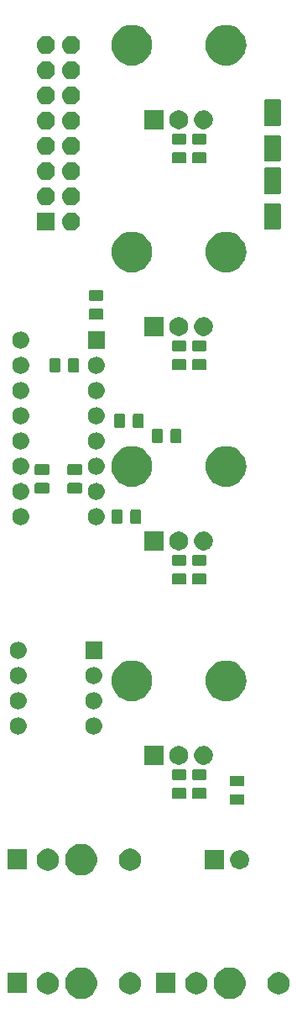
<source format=gbr>
G04 #@! TF.GenerationSoftware,KiCad,Pcbnew,(5.1.4-0-10_14)*
G04 #@! TF.CreationDate,2019-10-08T20:54:05-07:00*
G04 #@! TF.ProjectId,ADSR_Main_IO,41445352-5f4d-4616-996e-5f494f2e6b69,rev?*
G04 #@! TF.SameCoordinates,Original*
G04 #@! TF.FileFunction,Soldermask,Bot*
G04 #@! TF.FilePolarity,Negative*
%FSLAX46Y46*%
G04 Gerber Fmt 4.6, Leading zero omitted, Abs format (unit mm)*
G04 Created by KiCad (PCBNEW (5.1.4-0-10_14)) date 2019-10-08 20:54:05*
%MOMM*%
%LPD*%
G04 APERTURE LIST*
%ADD10C,0.100000*%
G04 APERTURE END LIST*
D10*
G36*
X86810217Y-153092665D02*
G01*
X87080995Y-153146525D01*
X87372358Y-153267212D01*
X87634578Y-153442422D01*
X87857578Y-153665422D01*
X88032788Y-153927642D01*
X88153475Y-154219005D01*
X88215000Y-154528315D01*
X88215000Y-154843685D01*
X88153475Y-155152995D01*
X88032788Y-155444358D01*
X87857578Y-155706578D01*
X87634578Y-155929578D01*
X87372358Y-156104788D01*
X87080995Y-156225475D01*
X86810217Y-156279335D01*
X86771686Y-156287000D01*
X86456314Y-156287000D01*
X86417783Y-156279335D01*
X86147005Y-156225475D01*
X85855642Y-156104788D01*
X85593422Y-155929578D01*
X85370422Y-155706578D01*
X85195212Y-155444358D01*
X85074525Y-155152995D01*
X85013000Y-154843685D01*
X85013000Y-154528315D01*
X85074525Y-154219005D01*
X85195212Y-153927642D01*
X85370422Y-153665422D01*
X85593422Y-153442422D01*
X85855642Y-153267212D01*
X86147005Y-153146525D01*
X86417783Y-153092665D01*
X86456314Y-153085000D01*
X86771686Y-153085000D01*
X86810217Y-153092665D01*
X86810217Y-153092665D01*
G37*
G36*
X71824217Y-153092665D02*
G01*
X72094995Y-153146525D01*
X72386358Y-153267212D01*
X72648578Y-153442422D01*
X72871578Y-153665422D01*
X73046788Y-153927642D01*
X73167475Y-154219005D01*
X73229000Y-154528315D01*
X73229000Y-154843685D01*
X73167475Y-155152995D01*
X73046788Y-155444358D01*
X72871578Y-155706578D01*
X72648578Y-155929578D01*
X72386358Y-156104788D01*
X72094995Y-156225475D01*
X71824217Y-156279335D01*
X71785686Y-156287000D01*
X71470314Y-156287000D01*
X71431783Y-156279335D01*
X71161005Y-156225475D01*
X70869642Y-156104788D01*
X70607422Y-155929578D01*
X70384422Y-155706578D01*
X70209212Y-155444358D01*
X70088525Y-155152995D01*
X70027000Y-154843685D01*
X70027000Y-154528315D01*
X70088525Y-154219005D01*
X70209212Y-153927642D01*
X70384422Y-153665422D01*
X70607422Y-153442422D01*
X70869642Y-153267212D01*
X71161005Y-153146525D01*
X71431783Y-153092665D01*
X71470314Y-153085000D01*
X71785686Y-153085000D01*
X71824217Y-153092665D01*
X71824217Y-153092665D01*
G37*
G36*
X91817655Y-153598591D02*
G01*
X91889525Y-153612887D01*
X92092624Y-153697013D01*
X92275409Y-153819146D01*
X92430854Y-153974591D01*
X92552987Y-154157376D01*
X92637113Y-154360475D01*
X92680000Y-154576084D01*
X92680000Y-154795916D01*
X92637113Y-155011525D01*
X92552987Y-155214624D01*
X92430854Y-155397409D01*
X92275409Y-155552854D01*
X92092624Y-155674987D01*
X91889525Y-155759113D01*
X91817655Y-155773409D01*
X91673918Y-155802000D01*
X91454082Y-155802000D01*
X91310345Y-155773409D01*
X91238475Y-155759113D01*
X91035376Y-155674987D01*
X90852591Y-155552854D01*
X90697146Y-155397409D01*
X90575013Y-155214624D01*
X90490887Y-155011525D01*
X90448000Y-154795916D01*
X90448000Y-154576084D01*
X90490887Y-154360475D01*
X90575013Y-154157376D01*
X90697146Y-153974591D01*
X90852591Y-153819146D01*
X91035376Y-153697013D01*
X91238475Y-153612887D01*
X91310345Y-153598591D01*
X91454082Y-153570000D01*
X91673918Y-153570000D01*
X91817655Y-153598591D01*
X91817655Y-153598591D01*
G37*
G36*
X83517655Y-153598591D02*
G01*
X83589525Y-153612887D01*
X83792624Y-153697013D01*
X83975409Y-153819146D01*
X84130854Y-153974591D01*
X84252987Y-154157376D01*
X84337113Y-154360475D01*
X84380000Y-154576084D01*
X84380000Y-154795916D01*
X84337113Y-155011525D01*
X84252987Y-155214624D01*
X84130854Y-155397409D01*
X83975409Y-155552854D01*
X83792624Y-155674987D01*
X83589525Y-155759113D01*
X83517655Y-155773409D01*
X83373918Y-155802000D01*
X83154082Y-155802000D01*
X83010345Y-155773409D01*
X82938475Y-155759113D01*
X82735376Y-155674987D01*
X82552591Y-155552854D01*
X82397146Y-155397409D01*
X82275013Y-155214624D01*
X82190887Y-155011525D01*
X82148000Y-154795916D01*
X82148000Y-154576084D01*
X82190887Y-154360475D01*
X82275013Y-154157376D01*
X82397146Y-153974591D01*
X82552591Y-153819146D01*
X82735376Y-153697013D01*
X82938475Y-153612887D01*
X83010345Y-153598591D01*
X83154082Y-153570000D01*
X83373918Y-153570000D01*
X83517655Y-153598591D01*
X83517655Y-153598591D01*
G37*
G36*
X76831655Y-153598591D02*
G01*
X76903525Y-153612887D01*
X77106624Y-153697013D01*
X77289409Y-153819146D01*
X77444854Y-153974591D01*
X77566987Y-154157376D01*
X77651113Y-154360475D01*
X77694000Y-154576084D01*
X77694000Y-154795916D01*
X77651113Y-155011525D01*
X77566987Y-155214624D01*
X77444854Y-155397409D01*
X77289409Y-155552854D01*
X77106624Y-155674987D01*
X76903525Y-155759113D01*
X76831655Y-155773409D01*
X76687918Y-155802000D01*
X76468082Y-155802000D01*
X76324345Y-155773409D01*
X76252475Y-155759113D01*
X76049376Y-155674987D01*
X75866591Y-155552854D01*
X75711146Y-155397409D01*
X75589013Y-155214624D01*
X75504887Y-155011525D01*
X75462000Y-154795916D01*
X75462000Y-154576084D01*
X75504887Y-154360475D01*
X75589013Y-154157376D01*
X75711146Y-153974591D01*
X75866591Y-153819146D01*
X76049376Y-153697013D01*
X76252475Y-153612887D01*
X76324345Y-153598591D01*
X76468082Y-153570000D01*
X76687918Y-153570000D01*
X76831655Y-153598591D01*
X76831655Y-153598591D01*
G37*
G36*
X68531655Y-153598591D02*
G01*
X68603525Y-153612887D01*
X68806624Y-153697013D01*
X68989409Y-153819146D01*
X69144854Y-153974591D01*
X69266987Y-154157376D01*
X69351113Y-154360475D01*
X69394000Y-154576084D01*
X69394000Y-154795916D01*
X69351113Y-155011525D01*
X69266987Y-155214624D01*
X69144854Y-155397409D01*
X68989409Y-155552854D01*
X68806624Y-155674987D01*
X68603525Y-155759113D01*
X68531655Y-155773409D01*
X68387918Y-155802000D01*
X68168082Y-155802000D01*
X68024345Y-155773409D01*
X67952475Y-155759113D01*
X67749376Y-155674987D01*
X67566591Y-155552854D01*
X67411146Y-155397409D01*
X67289013Y-155214624D01*
X67204887Y-155011525D01*
X67162000Y-154795916D01*
X67162000Y-154576084D01*
X67204887Y-154360475D01*
X67289013Y-154157376D01*
X67411146Y-153974591D01*
X67566591Y-153819146D01*
X67749376Y-153697013D01*
X67952475Y-153612887D01*
X68024345Y-153598591D01*
X68168082Y-153570000D01*
X68387918Y-153570000D01*
X68531655Y-153598591D01*
X68531655Y-153598591D01*
G37*
G36*
X81130000Y-155702000D02*
G01*
X79198000Y-155702000D01*
X79198000Y-153670000D01*
X81130000Y-153670000D01*
X81130000Y-155702000D01*
X81130000Y-155702000D01*
G37*
G36*
X66144000Y-155702000D02*
G01*
X64212000Y-155702000D01*
X64212000Y-153670000D01*
X66144000Y-153670000D01*
X66144000Y-155702000D01*
X66144000Y-155702000D01*
G37*
G36*
X71824217Y-140646665D02*
G01*
X72094995Y-140700525D01*
X72386358Y-140821212D01*
X72648578Y-140996422D01*
X72871578Y-141219422D01*
X73046788Y-141481642D01*
X73167475Y-141773005D01*
X73229000Y-142082315D01*
X73229000Y-142397685D01*
X73167475Y-142706995D01*
X73046788Y-142998358D01*
X72871578Y-143260578D01*
X72648578Y-143483578D01*
X72386358Y-143658788D01*
X72094995Y-143779475D01*
X71824217Y-143833335D01*
X71785686Y-143841000D01*
X71470314Y-143841000D01*
X71431783Y-143833335D01*
X71161005Y-143779475D01*
X70869642Y-143658788D01*
X70607422Y-143483578D01*
X70384422Y-143260578D01*
X70209212Y-142998358D01*
X70088525Y-142706995D01*
X70027000Y-142397685D01*
X70027000Y-142082315D01*
X70088525Y-141773005D01*
X70209212Y-141481642D01*
X70384422Y-141219422D01*
X70607422Y-140996422D01*
X70869642Y-140821212D01*
X71161005Y-140700525D01*
X71431783Y-140646665D01*
X71470314Y-140639000D01*
X71785686Y-140639000D01*
X71824217Y-140646665D01*
X71824217Y-140646665D01*
G37*
G36*
X76831655Y-141152591D02*
G01*
X76903525Y-141166887D01*
X77106624Y-141251013D01*
X77289409Y-141373146D01*
X77444854Y-141528591D01*
X77566987Y-141711376D01*
X77651113Y-141914475D01*
X77694000Y-142130084D01*
X77694000Y-142349916D01*
X77651113Y-142565525D01*
X77566987Y-142768624D01*
X77444854Y-142951409D01*
X77289409Y-143106854D01*
X77106624Y-143228987D01*
X76903525Y-143313113D01*
X76831655Y-143327409D01*
X76687918Y-143356000D01*
X76468082Y-143356000D01*
X76324345Y-143327409D01*
X76252475Y-143313113D01*
X76049376Y-143228987D01*
X75866591Y-143106854D01*
X75711146Y-142951409D01*
X75589013Y-142768624D01*
X75504887Y-142565525D01*
X75462000Y-142349916D01*
X75462000Y-142130084D01*
X75504887Y-141914475D01*
X75589013Y-141711376D01*
X75711146Y-141528591D01*
X75866591Y-141373146D01*
X76049376Y-141251013D01*
X76252475Y-141166887D01*
X76324345Y-141152591D01*
X76468082Y-141124000D01*
X76687918Y-141124000D01*
X76831655Y-141152591D01*
X76831655Y-141152591D01*
G37*
G36*
X68531655Y-141152591D02*
G01*
X68603525Y-141166887D01*
X68806624Y-141251013D01*
X68989409Y-141373146D01*
X69144854Y-141528591D01*
X69266987Y-141711376D01*
X69351113Y-141914475D01*
X69394000Y-142130084D01*
X69394000Y-142349916D01*
X69351113Y-142565525D01*
X69266987Y-142768624D01*
X69144854Y-142951409D01*
X68989409Y-143106854D01*
X68806624Y-143228987D01*
X68603525Y-143313113D01*
X68531655Y-143327409D01*
X68387918Y-143356000D01*
X68168082Y-143356000D01*
X68024345Y-143327409D01*
X67952475Y-143313113D01*
X67749376Y-143228987D01*
X67566591Y-143106854D01*
X67411146Y-142951409D01*
X67289013Y-142768624D01*
X67204887Y-142565525D01*
X67162000Y-142349916D01*
X67162000Y-142130084D01*
X67204887Y-141914475D01*
X67289013Y-141711376D01*
X67411146Y-141528591D01*
X67566591Y-141373146D01*
X67749376Y-141251013D01*
X67952475Y-141166887D01*
X68024345Y-141152591D01*
X68168082Y-141124000D01*
X68387918Y-141124000D01*
X68531655Y-141152591D01*
X68531655Y-141152591D01*
G37*
G36*
X66144000Y-143256000D02*
G01*
X64212000Y-143256000D01*
X64212000Y-141224000D01*
X66144000Y-141224000D01*
X66144000Y-143256000D01*
X66144000Y-143256000D01*
G37*
G36*
X86041000Y-143191000D02*
G01*
X84139000Y-143191000D01*
X84139000Y-141289000D01*
X86041000Y-141289000D01*
X86041000Y-143191000D01*
X86041000Y-143191000D01*
G37*
G36*
X87907395Y-141325546D02*
G01*
X88080466Y-141397234D01*
X88080467Y-141397235D01*
X88236227Y-141501310D01*
X88368690Y-141633773D01*
X88368691Y-141633775D01*
X88472766Y-141789534D01*
X88544454Y-141962605D01*
X88581000Y-142146333D01*
X88581000Y-142333667D01*
X88544454Y-142517395D01*
X88472766Y-142690466D01*
X88421081Y-142767818D01*
X88368690Y-142846227D01*
X88236227Y-142978690D01*
X88157818Y-143031081D01*
X88080466Y-143082766D01*
X87907395Y-143154454D01*
X87723667Y-143191000D01*
X87536333Y-143191000D01*
X87352605Y-143154454D01*
X87179534Y-143082766D01*
X87102182Y-143031081D01*
X87023773Y-142978690D01*
X86891310Y-142846227D01*
X86838919Y-142767818D01*
X86787234Y-142690466D01*
X86715546Y-142517395D01*
X86679000Y-142333667D01*
X86679000Y-142146333D01*
X86715546Y-141962605D01*
X86787234Y-141789534D01*
X86891309Y-141633775D01*
X86891310Y-141633773D01*
X87023773Y-141501310D01*
X87179533Y-141397235D01*
X87179534Y-141397234D01*
X87352605Y-141325546D01*
X87536333Y-141289000D01*
X87723667Y-141289000D01*
X87907395Y-141325546D01*
X87907395Y-141325546D01*
G37*
G36*
X87960468Y-135658565D02*
G01*
X87999138Y-135670296D01*
X88034777Y-135689346D01*
X88066017Y-135714983D01*
X88091654Y-135746223D01*
X88110704Y-135781862D01*
X88122435Y-135820532D01*
X88127000Y-135866888D01*
X88127000Y-136518112D01*
X88122435Y-136564468D01*
X88110704Y-136603138D01*
X88091654Y-136638777D01*
X88066017Y-136670017D01*
X88034777Y-136695654D01*
X87999138Y-136714704D01*
X87960468Y-136726435D01*
X87914112Y-136731000D01*
X86837888Y-136731000D01*
X86791532Y-136726435D01*
X86752862Y-136714704D01*
X86717223Y-136695654D01*
X86685983Y-136670017D01*
X86660346Y-136638777D01*
X86641296Y-136603138D01*
X86629565Y-136564468D01*
X86625000Y-136518112D01*
X86625000Y-135866888D01*
X86629565Y-135820532D01*
X86641296Y-135781862D01*
X86660346Y-135746223D01*
X86685983Y-135714983D01*
X86717223Y-135689346D01*
X86752862Y-135670296D01*
X86791532Y-135658565D01*
X86837888Y-135654000D01*
X87914112Y-135654000D01*
X87960468Y-135658565D01*
X87960468Y-135658565D01*
G37*
G36*
X84150468Y-135023565D02*
G01*
X84189138Y-135035296D01*
X84224777Y-135054346D01*
X84256017Y-135079983D01*
X84281654Y-135111223D01*
X84300704Y-135146862D01*
X84312435Y-135185532D01*
X84317000Y-135231888D01*
X84317000Y-135883112D01*
X84312435Y-135929468D01*
X84300704Y-135968138D01*
X84281654Y-136003777D01*
X84256017Y-136035017D01*
X84224777Y-136060654D01*
X84189138Y-136079704D01*
X84150468Y-136091435D01*
X84104112Y-136096000D01*
X83027888Y-136096000D01*
X82981532Y-136091435D01*
X82942862Y-136079704D01*
X82907223Y-136060654D01*
X82875983Y-136035017D01*
X82850346Y-136003777D01*
X82831296Y-135968138D01*
X82819565Y-135929468D01*
X82815000Y-135883112D01*
X82815000Y-135231888D01*
X82819565Y-135185532D01*
X82831296Y-135146862D01*
X82850346Y-135111223D01*
X82875983Y-135079983D01*
X82907223Y-135054346D01*
X82942862Y-135035296D01*
X82981532Y-135023565D01*
X83027888Y-135019000D01*
X84104112Y-135019000D01*
X84150468Y-135023565D01*
X84150468Y-135023565D01*
G37*
G36*
X82118468Y-135023565D02*
G01*
X82157138Y-135035296D01*
X82192777Y-135054346D01*
X82224017Y-135079983D01*
X82249654Y-135111223D01*
X82268704Y-135146862D01*
X82280435Y-135185532D01*
X82285000Y-135231888D01*
X82285000Y-135883112D01*
X82280435Y-135929468D01*
X82268704Y-135968138D01*
X82249654Y-136003777D01*
X82224017Y-136035017D01*
X82192777Y-136060654D01*
X82157138Y-136079704D01*
X82118468Y-136091435D01*
X82072112Y-136096000D01*
X80995888Y-136096000D01*
X80949532Y-136091435D01*
X80910862Y-136079704D01*
X80875223Y-136060654D01*
X80843983Y-136035017D01*
X80818346Y-136003777D01*
X80799296Y-135968138D01*
X80787565Y-135929468D01*
X80783000Y-135883112D01*
X80783000Y-135231888D01*
X80787565Y-135185532D01*
X80799296Y-135146862D01*
X80818346Y-135111223D01*
X80843983Y-135079983D01*
X80875223Y-135054346D01*
X80910862Y-135035296D01*
X80949532Y-135023565D01*
X80995888Y-135019000D01*
X82072112Y-135019000D01*
X82118468Y-135023565D01*
X82118468Y-135023565D01*
G37*
G36*
X87960468Y-133783565D02*
G01*
X87999138Y-133795296D01*
X88034777Y-133814346D01*
X88066017Y-133839983D01*
X88091654Y-133871223D01*
X88110704Y-133906862D01*
X88122435Y-133945532D01*
X88127000Y-133991888D01*
X88127000Y-134643112D01*
X88122435Y-134689468D01*
X88110704Y-134728138D01*
X88091654Y-134763777D01*
X88066017Y-134795017D01*
X88034777Y-134820654D01*
X87999138Y-134839704D01*
X87960468Y-134851435D01*
X87914112Y-134856000D01*
X86837888Y-134856000D01*
X86791532Y-134851435D01*
X86752862Y-134839704D01*
X86717223Y-134820654D01*
X86685983Y-134795017D01*
X86660346Y-134763777D01*
X86641296Y-134728138D01*
X86629565Y-134689468D01*
X86625000Y-134643112D01*
X86625000Y-133991888D01*
X86629565Y-133945532D01*
X86641296Y-133906862D01*
X86660346Y-133871223D01*
X86685983Y-133839983D01*
X86717223Y-133814346D01*
X86752862Y-133795296D01*
X86791532Y-133783565D01*
X86837888Y-133779000D01*
X87914112Y-133779000D01*
X87960468Y-133783565D01*
X87960468Y-133783565D01*
G37*
G36*
X82118468Y-133148565D02*
G01*
X82157138Y-133160296D01*
X82192777Y-133179346D01*
X82224017Y-133204983D01*
X82249654Y-133236223D01*
X82268704Y-133271862D01*
X82280435Y-133310532D01*
X82285000Y-133356888D01*
X82285000Y-134008112D01*
X82280435Y-134054468D01*
X82268704Y-134093138D01*
X82249654Y-134128777D01*
X82224017Y-134160017D01*
X82192777Y-134185654D01*
X82157138Y-134204704D01*
X82118468Y-134216435D01*
X82072112Y-134221000D01*
X80995888Y-134221000D01*
X80949532Y-134216435D01*
X80910862Y-134204704D01*
X80875223Y-134185654D01*
X80843983Y-134160017D01*
X80818346Y-134128777D01*
X80799296Y-134093138D01*
X80787565Y-134054468D01*
X80783000Y-134008112D01*
X80783000Y-133356888D01*
X80787565Y-133310532D01*
X80799296Y-133271862D01*
X80818346Y-133236223D01*
X80843983Y-133204983D01*
X80875223Y-133179346D01*
X80910862Y-133160296D01*
X80949532Y-133148565D01*
X80995888Y-133144000D01*
X82072112Y-133144000D01*
X82118468Y-133148565D01*
X82118468Y-133148565D01*
G37*
G36*
X84150468Y-133148565D02*
G01*
X84189138Y-133160296D01*
X84224777Y-133179346D01*
X84256017Y-133204983D01*
X84281654Y-133236223D01*
X84300704Y-133271862D01*
X84312435Y-133310532D01*
X84317000Y-133356888D01*
X84317000Y-134008112D01*
X84312435Y-134054468D01*
X84300704Y-134093138D01*
X84281654Y-134128777D01*
X84256017Y-134160017D01*
X84224777Y-134185654D01*
X84189138Y-134204704D01*
X84150468Y-134216435D01*
X84104112Y-134221000D01*
X83027888Y-134221000D01*
X82981532Y-134216435D01*
X82942862Y-134204704D01*
X82907223Y-134185654D01*
X82875983Y-134160017D01*
X82850346Y-134128777D01*
X82831296Y-134093138D01*
X82819565Y-134054468D01*
X82815000Y-134008112D01*
X82815000Y-133356888D01*
X82819565Y-133310532D01*
X82831296Y-133271862D01*
X82850346Y-133236223D01*
X82875983Y-133204983D01*
X82907223Y-133179346D01*
X82942862Y-133160296D01*
X82981532Y-133148565D01*
X83027888Y-133144000D01*
X84104112Y-133144000D01*
X84150468Y-133148565D01*
X84150468Y-133148565D01*
G37*
G36*
X79945000Y-132677000D02*
G01*
X78043000Y-132677000D01*
X78043000Y-130775000D01*
X79945000Y-130775000D01*
X79945000Y-132677000D01*
X79945000Y-132677000D01*
G37*
G36*
X84271395Y-130811546D02*
G01*
X84444466Y-130883234D01*
X84444467Y-130883235D01*
X84600227Y-130987310D01*
X84732690Y-131119773D01*
X84732691Y-131119775D01*
X84836766Y-131275534D01*
X84908454Y-131448605D01*
X84945000Y-131632333D01*
X84945000Y-131819667D01*
X84908454Y-132003395D01*
X84836766Y-132176466D01*
X84836765Y-132176467D01*
X84732690Y-132332227D01*
X84600227Y-132464690D01*
X84521818Y-132517081D01*
X84444466Y-132568766D01*
X84271395Y-132640454D01*
X84087667Y-132677000D01*
X83900333Y-132677000D01*
X83716605Y-132640454D01*
X83543534Y-132568766D01*
X83466182Y-132517081D01*
X83387773Y-132464690D01*
X83255310Y-132332227D01*
X83151235Y-132176467D01*
X83151234Y-132176466D01*
X83079546Y-132003395D01*
X83043000Y-131819667D01*
X83043000Y-131632333D01*
X83079546Y-131448605D01*
X83151234Y-131275534D01*
X83255309Y-131119775D01*
X83255310Y-131119773D01*
X83387773Y-130987310D01*
X83543533Y-130883235D01*
X83543534Y-130883234D01*
X83716605Y-130811546D01*
X83900333Y-130775000D01*
X84087667Y-130775000D01*
X84271395Y-130811546D01*
X84271395Y-130811546D01*
G37*
G36*
X81771395Y-130811546D02*
G01*
X81944466Y-130883234D01*
X81944467Y-130883235D01*
X82100227Y-130987310D01*
X82232690Y-131119773D01*
X82232691Y-131119775D01*
X82336766Y-131275534D01*
X82408454Y-131448605D01*
X82445000Y-131632333D01*
X82445000Y-131819667D01*
X82408454Y-132003395D01*
X82336766Y-132176466D01*
X82336765Y-132176467D01*
X82232690Y-132332227D01*
X82100227Y-132464690D01*
X82021818Y-132517081D01*
X81944466Y-132568766D01*
X81771395Y-132640454D01*
X81587667Y-132677000D01*
X81400333Y-132677000D01*
X81216605Y-132640454D01*
X81043534Y-132568766D01*
X80966182Y-132517081D01*
X80887773Y-132464690D01*
X80755310Y-132332227D01*
X80651235Y-132176467D01*
X80651234Y-132176466D01*
X80579546Y-132003395D01*
X80543000Y-131819667D01*
X80543000Y-131632333D01*
X80579546Y-131448605D01*
X80651234Y-131275534D01*
X80755309Y-131119775D01*
X80755310Y-131119773D01*
X80887773Y-130987310D01*
X81043533Y-130883235D01*
X81043534Y-130883234D01*
X81216605Y-130811546D01*
X81400333Y-130775000D01*
X81587667Y-130775000D01*
X81771395Y-130811546D01*
X81771395Y-130811546D01*
G37*
G36*
X65444823Y-127939313D02*
G01*
X65605242Y-127987976D01*
X65737906Y-128058886D01*
X65753078Y-128066996D01*
X65882659Y-128173341D01*
X65989004Y-128302922D01*
X65989005Y-128302924D01*
X66068024Y-128450758D01*
X66116687Y-128611177D01*
X66133117Y-128778000D01*
X66116687Y-128944823D01*
X66068024Y-129105242D01*
X65997114Y-129237906D01*
X65989004Y-129253078D01*
X65882659Y-129382659D01*
X65753078Y-129489004D01*
X65753076Y-129489005D01*
X65605242Y-129568024D01*
X65444823Y-129616687D01*
X65319804Y-129629000D01*
X65236196Y-129629000D01*
X65111177Y-129616687D01*
X64950758Y-129568024D01*
X64802924Y-129489005D01*
X64802922Y-129489004D01*
X64673341Y-129382659D01*
X64566996Y-129253078D01*
X64558886Y-129237906D01*
X64487976Y-129105242D01*
X64439313Y-128944823D01*
X64422883Y-128778000D01*
X64439313Y-128611177D01*
X64487976Y-128450758D01*
X64566995Y-128302924D01*
X64566996Y-128302922D01*
X64673341Y-128173341D01*
X64802922Y-128066996D01*
X64818094Y-128058886D01*
X64950758Y-127987976D01*
X65111177Y-127939313D01*
X65236196Y-127927000D01*
X65319804Y-127927000D01*
X65444823Y-127939313D01*
X65444823Y-127939313D01*
G37*
G36*
X73064823Y-127939313D02*
G01*
X73225242Y-127987976D01*
X73357906Y-128058886D01*
X73373078Y-128066996D01*
X73502659Y-128173341D01*
X73609004Y-128302922D01*
X73609005Y-128302924D01*
X73688024Y-128450758D01*
X73736687Y-128611177D01*
X73753117Y-128778000D01*
X73736687Y-128944823D01*
X73688024Y-129105242D01*
X73617114Y-129237906D01*
X73609004Y-129253078D01*
X73502659Y-129382659D01*
X73373078Y-129489004D01*
X73373076Y-129489005D01*
X73225242Y-129568024D01*
X73064823Y-129616687D01*
X72939804Y-129629000D01*
X72856196Y-129629000D01*
X72731177Y-129616687D01*
X72570758Y-129568024D01*
X72422924Y-129489005D01*
X72422922Y-129489004D01*
X72293341Y-129382659D01*
X72186996Y-129253078D01*
X72178886Y-129237906D01*
X72107976Y-129105242D01*
X72059313Y-128944823D01*
X72042883Y-128778000D01*
X72059313Y-128611177D01*
X72107976Y-128450758D01*
X72186995Y-128302924D01*
X72186996Y-128302922D01*
X72293341Y-128173341D01*
X72422922Y-128066996D01*
X72438094Y-128058886D01*
X72570758Y-127987976D01*
X72731177Y-127939313D01*
X72856196Y-127927000D01*
X72939804Y-127927000D01*
X73064823Y-127939313D01*
X73064823Y-127939313D01*
G37*
G36*
X65444823Y-125399313D02*
G01*
X65605242Y-125447976D01*
X65737906Y-125518886D01*
X65753078Y-125526996D01*
X65882659Y-125633341D01*
X65989004Y-125762922D01*
X65989005Y-125762924D01*
X66068024Y-125910758D01*
X66116687Y-126071177D01*
X66133117Y-126238000D01*
X66116687Y-126404823D01*
X66068024Y-126565242D01*
X65997114Y-126697906D01*
X65989004Y-126713078D01*
X65882659Y-126842659D01*
X65753078Y-126949004D01*
X65753076Y-126949005D01*
X65605242Y-127028024D01*
X65444823Y-127076687D01*
X65319804Y-127089000D01*
X65236196Y-127089000D01*
X65111177Y-127076687D01*
X64950758Y-127028024D01*
X64802924Y-126949005D01*
X64802922Y-126949004D01*
X64673341Y-126842659D01*
X64566996Y-126713078D01*
X64558886Y-126697906D01*
X64487976Y-126565242D01*
X64439313Y-126404823D01*
X64422883Y-126238000D01*
X64439313Y-126071177D01*
X64487976Y-125910758D01*
X64566995Y-125762924D01*
X64566996Y-125762922D01*
X64673341Y-125633341D01*
X64802922Y-125526996D01*
X64818094Y-125518886D01*
X64950758Y-125447976D01*
X65111177Y-125399313D01*
X65236196Y-125387000D01*
X65319804Y-125387000D01*
X65444823Y-125399313D01*
X65444823Y-125399313D01*
G37*
G36*
X73064823Y-125399313D02*
G01*
X73225242Y-125447976D01*
X73357906Y-125518886D01*
X73373078Y-125526996D01*
X73502659Y-125633341D01*
X73609004Y-125762922D01*
X73609005Y-125762924D01*
X73688024Y-125910758D01*
X73736687Y-126071177D01*
X73753117Y-126238000D01*
X73736687Y-126404823D01*
X73688024Y-126565242D01*
X73617114Y-126697906D01*
X73609004Y-126713078D01*
X73502659Y-126842659D01*
X73373078Y-126949004D01*
X73373076Y-126949005D01*
X73225242Y-127028024D01*
X73064823Y-127076687D01*
X72939804Y-127089000D01*
X72856196Y-127089000D01*
X72731177Y-127076687D01*
X72570758Y-127028024D01*
X72422924Y-126949005D01*
X72422922Y-126949004D01*
X72293341Y-126842659D01*
X72186996Y-126713078D01*
X72178886Y-126697906D01*
X72107976Y-126565242D01*
X72059313Y-126404823D01*
X72042883Y-126238000D01*
X72059313Y-126071177D01*
X72107976Y-125910758D01*
X72186995Y-125762924D01*
X72186996Y-125762922D01*
X72293341Y-125633341D01*
X72422922Y-125526996D01*
X72438094Y-125518886D01*
X72570758Y-125447976D01*
X72731177Y-125399313D01*
X72856196Y-125387000D01*
X72939804Y-125387000D01*
X73064823Y-125399313D01*
X73064823Y-125399313D01*
G37*
G36*
X86445189Y-122184892D02*
G01*
X86646066Y-122204677D01*
X87032681Y-122321955D01*
X87032684Y-122321956D01*
X87388983Y-122512402D01*
X87388986Y-122512404D01*
X87388987Y-122512405D01*
X87701293Y-122768707D01*
X87957595Y-123081013D01*
X87957598Y-123081017D01*
X88148044Y-123437316D01*
X88148045Y-123437319D01*
X88265323Y-123823934D01*
X88304923Y-124226000D01*
X88265323Y-124628066D01*
X88148045Y-125014681D01*
X88148044Y-125014684D01*
X87957598Y-125370983D01*
X87957596Y-125370986D01*
X87957595Y-125370987D01*
X87701293Y-125683293D01*
X87424125Y-125910758D01*
X87388983Y-125939598D01*
X87032684Y-126130044D01*
X87032681Y-126130045D01*
X86646066Y-126247323D01*
X86445189Y-126267108D01*
X86344751Y-126277000D01*
X86143249Y-126277000D01*
X86042811Y-126267108D01*
X85841934Y-126247323D01*
X85455319Y-126130045D01*
X85455316Y-126130044D01*
X85099017Y-125939598D01*
X85063875Y-125910758D01*
X84786707Y-125683293D01*
X84530405Y-125370987D01*
X84530404Y-125370986D01*
X84530402Y-125370983D01*
X84339956Y-125014684D01*
X84339955Y-125014681D01*
X84222677Y-124628066D01*
X84183077Y-124226000D01*
X84222677Y-123823934D01*
X84339955Y-123437319D01*
X84339956Y-123437316D01*
X84530402Y-123081017D01*
X84530405Y-123081013D01*
X84786707Y-122768707D01*
X85099013Y-122512405D01*
X85099014Y-122512404D01*
X85099017Y-122512402D01*
X85455316Y-122321956D01*
X85455319Y-122321955D01*
X85841934Y-122204677D01*
X86042811Y-122184892D01*
X86143249Y-122175000D01*
X86344751Y-122175000D01*
X86445189Y-122184892D01*
X86445189Y-122184892D01*
G37*
G36*
X76945189Y-122184892D02*
G01*
X77146066Y-122204677D01*
X77532681Y-122321955D01*
X77532684Y-122321956D01*
X77888983Y-122512402D01*
X77888986Y-122512404D01*
X77888987Y-122512405D01*
X78201293Y-122768707D01*
X78457595Y-123081013D01*
X78457598Y-123081017D01*
X78648044Y-123437316D01*
X78648045Y-123437319D01*
X78765323Y-123823934D01*
X78804923Y-124226000D01*
X78765323Y-124628066D01*
X78648045Y-125014681D01*
X78648044Y-125014684D01*
X78457598Y-125370983D01*
X78457596Y-125370986D01*
X78457595Y-125370987D01*
X78201293Y-125683293D01*
X77924125Y-125910758D01*
X77888983Y-125939598D01*
X77532684Y-126130044D01*
X77532681Y-126130045D01*
X77146066Y-126247323D01*
X76945189Y-126267108D01*
X76844751Y-126277000D01*
X76643249Y-126277000D01*
X76542811Y-126267108D01*
X76341934Y-126247323D01*
X75955319Y-126130045D01*
X75955316Y-126130044D01*
X75599017Y-125939598D01*
X75563875Y-125910758D01*
X75286707Y-125683293D01*
X75030405Y-125370987D01*
X75030404Y-125370986D01*
X75030402Y-125370983D01*
X74839956Y-125014684D01*
X74839955Y-125014681D01*
X74722677Y-124628066D01*
X74683077Y-124226000D01*
X74722677Y-123823934D01*
X74839955Y-123437319D01*
X74839956Y-123437316D01*
X75030402Y-123081017D01*
X75030405Y-123081013D01*
X75286707Y-122768707D01*
X75599013Y-122512405D01*
X75599014Y-122512404D01*
X75599017Y-122512402D01*
X75955316Y-122321956D01*
X75955319Y-122321955D01*
X76341934Y-122204677D01*
X76542811Y-122184892D01*
X76643249Y-122175000D01*
X76844751Y-122175000D01*
X76945189Y-122184892D01*
X76945189Y-122184892D01*
G37*
G36*
X73064823Y-122859313D02*
G01*
X73225242Y-122907976D01*
X73357906Y-122978886D01*
X73373078Y-122986996D01*
X73502659Y-123093341D01*
X73609004Y-123222922D01*
X73609005Y-123222924D01*
X73688024Y-123370758D01*
X73736687Y-123531177D01*
X73753117Y-123698000D01*
X73736687Y-123864823D01*
X73688024Y-124025242D01*
X73617114Y-124157906D01*
X73609004Y-124173078D01*
X73502659Y-124302659D01*
X73373078Y-124409004D01*
X73373076Y-124409005D01*
X73225242Y-124488024D01*
X73064823Y-124536687D01*
X72939804Y-124549000D01*
X72856196Y-124549000D01*
X72731177Y-124536687D01*
X72570758Y-124488024D01*
X72422924Y-124409005D01*
X72422922Y-124409004D01*
X72293341Y-124302659D01*
X72186996Y-124173078D01*
X72178886Y-124157906D01*
X72107976Y-124025242D01*
X72059313Y-123864823D01*
X72042883Y-123698000D01*
X72059313Y-123531177D01*
X72107976Y-123370758D01*
X72186995Y-123222924D01*
X72186996Y-123222922D01*
X72293341Y-123093341D01*
X72422922Y-122986996D01*
X72438094Y-122978886D01*
X72570758Y-122907976D01*
X72731177Y-122859313D01*
X72856196Y-122847000D01*
X72939804Y-122847000D01*
X73064823Y-122859313D01*
X73064823Y-122859313D01*
G37*
G36*
X65444823Y-122859313D02*
G01*
X65605242Y-122907976D01*
X65737906Y-122978886D01*
X65753078Y-122986996D01*
X65882659Y-123093341D01*
X65989004Y-123222922D01*
X65989005Y-123222924D01*
X66068024Y-123370758D01*
X66116687Y-123531177D01*
X66133117Y-123698000D01*
X66116687Y-123864823D01*
X66068024Y-124025242D01*
X65997114Y-124157906D01*
X65989004Y-124173078D01*
X65882659Y-124302659D01*
X65753078Y-124409004D01*
X65753076Y-124409005D01*
X65605242Y-124488024D01*
X65444823Y-124536687D01*
X65319804Y-124549000D01*
X65236196Y-124549000D01*
X65111177Y-124536687D01*
X64950758Y-124488024D01*
X64802924Y-124409005D01*
X64802922Y-124409004D01*
X64673341Y-124302659D01*
X64566996Y-124173078D01*
X64558886Y-124157906D01*
X64487976Y-124025242D01*
X64439313Y-123864823D01*
X64422883Y-123698000D01*
X64439313Y-123531177D01*
X64487976Y-123370758D01*
X64566995Y-123222924D01*
X64566996Y-123222922D01*
X64673341Y-123093341D01*
X64802922Y-122986996D01*
X64818094Y-122978886D01*
X64950758Y-122907976D01*
X65111177Y-122859313D01*
X65236196Y-122847000D01*
X65319804Y-122847000D01*
X65444823Y-122859313D01*
X65444823Y-122859313D01*
G37*
G36*
X73749000Y-122009000D02*
G01*
X72047000Y-122009000D01*
X72047000Y-120307000D01*
X73749000Y-120307000D01*
X73749000Y-122009000D01*
X73749000Y-122009000D01*
G37*
G36*
X65444823Y-120319313D02*
G01*
X65605242Y-120367976D01*
X65737906Y-120438886D01*
X65753078Y-120446996D01*
X65882659Y-120553341D01*
X65989004Y-120682922D01*
X65989005Y-120682924D01*
X66068024Y-120830758D01*
X66116687Y-120991177D01*
X66133117Y-121158000D01*
X66116687Y-121324823D01*
X66068024Y-121485242D01*
X65997114Y-121617906D01*
X65989004Y-121633078D01*
X65882659Y-121762659D01*
X65753078Y-121869004D01*
X65753076Y-121869005D01*
X65605242Y-121948024D01*
X65444823Y-121996687D01*
X65319804Y-122009000D01*
X65236196Y-122009000D01*
X65111177Y-121996687D01*
X64950758Y-121948024D01*
X64802924Y-121869005D01*
X64802922Y-121869004D01*
X64673341Y-121762659D01*
X64566996Y-121633078D01*
X64558886Y-121617906D01*
X64487976Y-121485242D01*
X64439313Y-121324823D01*
X64422883Y-121158000D01*
X64439313Y-120991177D01*
X64487976Y-120830758D01*
X64566995Y-120682924D01*
X64566996Y-120682922D01*
X64673341Y-120553341D01*
X64802922Y-120446996D01*
X64818094Y-120438886D01*
X64950758Y-120367976D01*
X65111177Y-120319313D01*
X65236196Y-120307000D01*
X65319804Y-120307000D01*
X65444823Y-120319313D01*
X65444823Y-120319313D01*
G37*
G36*
X84150468Y-113433565D02*
G01*
X84189138Y-113445296D01*
X84224777Y-113464346D01*
X84256017Y-113489983D01*
X84281654Y-113521223D01*
X84300704Y-113556862D01*
X84312435Y-113595532D01*
X84317000Y-113641888D01*
X84317000Y-114293112D01*
X84312435Y-114339468D01*
X84300704Y-114378138D01*
X84281654Y-114413777D01*
X84256017Y-114445017D01*
X84224777Y-114470654D01*
X84189138Y-114489704D01*
X84150468Y-114501435D01*
X84104112Y-114506000D01*
X83027888Y-114506000D01*
X82981532Y-114501435D01*
X82942862Y-114489704D01*
X82907223Y-114470654D01*
X82875983Y-114445017D01*
X82850346Y-114413777D01*
X82831296Y-114378138D01*
X82819565Y-114339468D01*
X82815000Y-114293112D01*
X82815000Y-113641888D01*
X82819565Y-113595532D01*
X82831296Y-113556862D01*
X82850346Y-113521223D01*
X82875983Y-113489983D01*
X82907223Y-113464346D01*
X82942862Y-113445296D01*
X82981532Y-113433565D01*
X83027888Y-113429000D01*
X84104112Y-113429000D01*
X84150468Y-113433565D01*
X84150468Y-113433565D01*
G37*
G36*
X82118468Y-113433565D02*
G01*
X82157138Y-113445296D01*
X82192777Y-113464346D01*
X82224017Y-113489983D01*
X82249654Y-113521223D01*
X82268704Y-113556862D01*
X82280435Y-113595532D01*
X82285000Y-113641888D01*
X82285000Y-114293112D01*
X82280435Y-114339468D01*
X82268704Y-114378138D01*
X82249654Y-114413777D01*
X82224017Y-114445017D01*
X82192777Y-114470654D01*
X82157138Y-114489704D01*
X82118468Y-114501435D01*
X82072112Y-114506000D01*
X80995888Y-114506000D01*
X80949532Y-114501435D01*
X80910862Y-114489704D01*
X80875223Y-114470654D01*
X80843983Y-114445017D01*
X80818346Y-114413777D01*
X80799296Y-114378138D01*
X80787565Y-114339468D01*
X80783000Y-114293112D01*
X80783000Y-113641888D01*
X80787565Y-113595532D01*
X80799296Y-113556862D01*
X80818346Y-113521223D01*
X80843983Y-113489983D01*
X80875223Y-113464346D01*
X80910862Y-113445296D01*
X80949532Y-113433565D01*
X80995888Y-113429000D01*
X82072112Y-113429000D01*
X82118468Y-113433565D01*
X82118468Y-113433565D01*
G37*
G36*
X84150468Y-111558565D02*
G01*
X84189138Y-111570296D01*
X84224777Y-111589346D01*
X84256017Y-111614983D01*
X84281654Y-111646223D01*
X84300704Y-111681862D01*
X84312435Y-111720532D01*
X84317000Y-111766888D01*
X84317000Y-112418112D01*
X84312435Y-112464468D01*
X84300704Y-112503138D01*
X84281654Y-112538777D01*
X84256017Y-112570017D01*
X84224777Y-112595654D01*
X84189138Y-112614704D01*
X84150468Y-112626435D01*
X84104112Y-112631000D01*
X83027888Y-112631000D01*
X82981532Y-112626435D01*
X82942862Y-112614704D01*
X82907223Y-112595654D01*
X82875983Y-112570017D01*
X82850346Y-112538777D01*
X82831296Y-112503138D01*
X82819565Y-112464468D01*
X82815000Y-112418112D01*
X82815000Y-111766888D01*
X82819565Y-111720532D01*
X82831296Y-111681862D01*
X82850346Y-111646223D01*
X82875983Y-111614983D01*
X82907223Y-111589346D01*
X82942862Y-111570296D01*
X82981532Y-111558565D01*
X83027888Y-111554000D01*
X84104112Y-111554000D01*
X84150468Y-111558565D01*
X84150468Y-111558565D01*
G37*
G36*
X82118468Y-111558565D02*
G01*
X82157138Y-111570296D01*
X82192777Y-111589346D01*
X82224017Y-111614983D01*
X82249654Y-111646223D01*
X82268704Y-111681862D01*
X82280435Y-111720532D01*
X82285000Y-111766888D01*
X82285000Y-112418112D01*
X82280435Y-112464468D01*
X82268704Y-112503138D01*
X82249654Y-112538777D01*
X82224017Y-112570017D01*
X82192777Y-112595654D01*
X82157138Y-112614704D01*
X82118468Y-112626435D01*
X82072112Y-112631000D01*
X80995888Y-112631000D01*
X80949532Y-112626435D01*
X80910862Y-112614704D01*
X80875223Y-112595654D01*
X80843983Y-112570017D01*
X80818346Y-112538777D01*
X80799296Y-112503138D01*
X80787565Y-112464468D01*
X80783000Y-112418112D01*
X80783000Y-111766888D01*
X80787565Y-111720532D01*
X80799296Y-111681862D01*
X80818346Y-111646223D01*
X80843983Y-111614983D01*
X80875223Y-111589346D01*
X80910862Y-111570296D01*
X80949532Y-111558565D01*
X80995888Y-111554000D01*
X82072112Y-111554000D01*
X82118468Y-111558565D01*
X82118468Y-111558565D01*
G37*
G36*
X79945000Y-111087000D02*
G01*
X78043000Y-111087000D01*
X78043000Y-109185000D01*
X79945000Y-109185000D01*
X79945000Y-111087000D01*
X79945000Y-111087000D01*
G37*
G36*
X81771395Y-109221546D02*
G01*
X81944466Y-109293234D01*
X81944467Y-109293235D01*
X82100227Y-109397310D01*
X82232690Y-109529773D01*
X82232691Y-109529775D01*
X82336766Y-109685534D01*
X82408454Y-109858605D01*
X82445000Y-110042333D01*
X82445000Y-110229667D01*
X82408454Y-110413395D01*
X82336766Y-110586466D01*
X82336765Y-110586467D01*
X82232690Y-110742227D01*
X82100227Y-110874690D01*
X82021818Y-110927081D01*
X81944466Y-110978766D01*
X81771395Y-111050454D01*
X81587667Y-111087000D01*
X81400333Y-111087000D01*
X81216605Y-111050454D01*
X81043534Y-110978766D01*
X80966182Y-110927081D01*
X80887773Y-110874690D01*
X80755310Y-110742227D01*
X80651235Y-110586467D01*
X80651234Y-110586466D01*
X80579546Y-110413395D01*
X80543000Y-110229667D01*
X80543000Y-110042333D01*
X80579546Y-109858605D01*
X80651234Y-109685534D01*
X80755309Y-109529775D01*
X80755310Y-109529773D01*
X80887773Y-109397310D01*
X81043533Y-109293235D01*
X81043534Y-109293234D01*
X81216605Y-109221546D01*
X81400333Y-109185000D01*
X81587667Y-109185000D01*
X81771395Y-109221546D01*
X81771395Y-109221546D01*
G37*
G36*
X84271395Y-109221546D02*
G01*
X84444466Y-109293234D01*
X84444467Y-109293235D01*
X84600227Y-109397310D01*
X84732690Y-109529773D01*
X84732691Y-109529775D01*
X84836766Y-109685534D01*
X84908454Y-109858605D01*
X84945000Y-110042333D01*
X84945000Y-110229667D01*
X84908454Y-110413395D01*
X84836766Y-110586466D01*
X84836765Y-110586467D01*
X84732690Y-110742227D01*
X84600227Y-110874690D01*
X84521818Y-110927081D01*
X84444466Y-110978766D01*
X84271395Y-111050454D01*
X84087667Y-111087000D01*
X83900333Y-111087000D01*
X83716605Y-111050454D01*
X83543534Y-110978766D01*
X83466182Y-110927081D01*
X83387773Y-110874690D01*
X83255310Y-110742227D01*
X83151235Y-110586467D01*
X83151234Y-110586466D01*
X83079546Y-110413395D01*
X83043000Y-110229667D01*
X83043000Y-110042333D01*
X83079546Y-109858605D01*
X83151234Y-109685534D01*
X83255309Y-109529775D01*
X83255310Y-109529773D01*
X83387773Y-109397310D01*
X83543533Y-109293235D01*
X83543534Y-109293234D01*
X83716605Y-109221546D01*
X83900333Y-109185000D01*
X84087667Y-109185000D01*
X84271395Y-109221546D01*
X84271395Y-109221546D01*
G37*
G36*
X65698823Y-106857313D02*
G01*
X65859242Y-106905976D01*
X65962738Y-106961296D01*
X66007078Y-106984996D01*
X66136659Y-107091341D01*
X66243004Y-107220922D01*
X66243005Y-107220924D01*
X66322024Y-107368758D01*
X66370687Y-107529177D01*
X66387117Y-107696000D01*
X66370687Y-107862823D01*
X66322024Y-108023242D01*
X66251114Y-108155906D01*
X66243004Y-108171078D01*
X66136659Y-108300659D01*
X66007078Y-108407004D01*
X66007076Y-108407005D01*
X65859242Y-108486024D01*
X65698823Y-108534687D01*
X65573804Y-108547000D01*
X65490196Y-108547000D01*
X65365177Y-108534687D01*
X65204758Y-108486024D01*
X65056924Y-108407005D01*
X65056922Y-108407004D01*
X64927341Y-108300659D01*
X64820996Y-108171078D01*
X64812886Y-108155906D01*
X64741976Y-108023242D01*
X64693313Y-107862823D01*
X64676883Y-107696000D01*
X64693313Y-107529177D01*
X64741976Y-107368758D01*
X64820995Y-107220924D01*
X64820996Y-107220922D01*
X64927341Y-107091341D01*
X65056922Y-106984996D01*
X65101262Y-106961296D01*
X65204758Y-106905976D01*
X65365177Y-106857313D01*
X65490196Y-106845000D01*
X65573804Y-106845000D01*
X65698823Y-106857313D01*
X65698823Y-106857313D01*
G37*
G36*
X73318823Y-106857313D02*
G01*
X73479242Y-106905976D01*
X73582738Y-106961296D01*
X73627078Y-106984996D01*
X73756659Y-107091341D01*
X73863004Y-107220922D01*
X73863005Y-107220924D01*
X73942024Y-107368758D01*
X73990687Y-107529177D01*
X74007117Y-107696000D01*
X73990687Y-107862823D01*
X73942024Y-108023242D01*
X73871114Y-108155906D01*
X73863004Y-108171078D01*
X73756659Y-108300659D01*
X73627078Y-108407004D01*
X73627076Y-108407005D01*
X73479242Y-108486024D01*
X73318823Y-108534687D01*
X73193804Y-108547000D01*
X73110196Y-108547000D01*
X72985177Y-108534687D01*
X72824758Y-108486024D01*
X72676924Y-108407005D01*
X72676922Y-108407004D01*
X72547341Y-108300659D01*
X72440996Y-108171078D01*
X72432886Y-108155906D01*
X72361976Y-108023242D01*
X72313313Y-107862823D01*
X72296883Y-107696000D01*
X72313313Y-107529177D01*
X72361976Y-107368758D01*
X72440995Y-107220924D01*
X72440996Y-107220922D01*
X72547341Y-107091341D01*
X72676922Y-106984996D01*
X72721262Y-106961296D01*
X72824758Y-106905976D01*
X72985177Y-106857313D01*
X73110196Y-106845000D01*
X73193804Y-106845000D01*
X73318823Y-106857313D01*
X73318823Y-106857313D01*
G37*
G36*
X77509468Y-106949565D02*
G01*
X77548138Y-106961296D01*
X77583777Y-106980346D01*
X77615017Y-107005983D01*
X77640654Y-107037223D01*
X77659704Y-107072862D01*
X77671435Y-107111532D01*
X77676000Y-107157888D01*
X77676000Y-108234112D01*
X77671435Y-108280468D01*
X77659704Y-108319138D01*
X77640654Y-108354777D01*
X77615017Y-108386017D01*
X77583777Y-108411654D01*
X77548138Y-108430704D01*
X77509468Y-108442435D01*
X77463112Y-108447000D01*
X76811888Y-108447000D01*
X76765532Y-108442435D01*
X76726862Y-108430704D01*
X76691223Y-108411654D01*
X76659983Y-108386017D01*
X76634346Y-108354777D01*
X76615296Y-108319138D01*
X76603565Y-108280468D01*
X76599000Y-108234112D01*
X76599000Y-107157888D01*
X76603565Y-107111532D01*
X76615296Y-107072862D01*
X76634346Y-107037223D01*
X76659983Y-107005983D01*
X76691223Y-106980346D01*
X76726862Y-106961296D01*
X76765532Y-106949565D01*
X76811888Y-106945000D01*
X77463112Y-106945000D01*
X77509468Y-106949565D01*
X77509468Y-106949565D01*
G37*
G36*
X75634468Y-106949565D02*
G01*
X75673138Y-106961296D01*
X75708777Y-106980346D01*
X75740017Y-107005983D01*
X75765654Y-107037223D01*
X75784704Y-107072862D01*
X75796435Y-107111532D01*
X75801000Y-107157888D01*
X75801000Y-108234112D01*
X75796435Y-108280468D01*
X75784704Y-108319138D01*
X75765654Y-108354777D01*
X75740017Y-108386017D01*
X75708777Y-108411654D01*
X75673138Y-108430704D01*
X75634468Y-108442435D01*
X75588112Y-108447000D01*
X74936888Y-108447000D01*
X74890532Y-108442435D01*
X74851862Y-108430704D01*
X74816223Y-108411654D01*
X74784983Y-108386017D01*
X74759346Y-108354777D01*
X74740296Y-108319138D01*
X74728565Y-108280468D01*
X74724000Y-108234112D01*
X74724000Y-107157888D01*
X74728565Y-107111532D01*
X74740296Y-107072862D01*
X74759346Y-107037223D01*
X74784983Y-107005983D01*
X74816223Y-106980346D01*
X74851862Y-106961296D01*
X74890532Y-106949565D01*
X74936888Y-106945000D01*
X75588112Y-106945000D01*
X75634468Y-106949565D01*
X75634468Y-106949565D01*
G37*
G36*
X65698823Y-104317313D02*
G01*
X65859242Y-104365976D01*
X65931620Y-104404663D01*
X66007078Y-104444996D01*
X66136659Y-104551341D01*
X66243004Y-104680922D01*
X66243005Y-104680924D01*
X66322024Y-104828758D01*
X66370687Y-104989177D01*
X66387117Y-105156000D01*
X66370687Y-105322823D01*
X66322024Y-105483242D01*
X66251114Y-105615906D01*
X66243004Y-105631078D01*
X66136659Y-105760659D01*
X66007078Y-105867004D01*
X66007076Y-105867005D01*
X65859242Y-105946024D01*
X65698823Y-105994687D01*
X65573804Y-106007000D01*
X65490196Y-106007000D01*
X65365177Y-105994687D01*
X65204758Y-105946024D01*
X65056924Y-105867005D01*
X65056922Y-105867004D01*
X64927341Y-105760659D01*
X64820996Y-105631078D01*
X64812886Y-105615906D01*
X64741976Y-105483242D01*
X64693313Y-105322823D01*
X64676883Y-105156000D01*
X64693313Y-104989177D01*
X64741976Y-104828758D01*
X64820995Y-104680924D01*
X64820996Y-104680922D01*
X64927341Y-104551341D01*
X65056922Y-104444996D01*
X65132380Y-104404663D01*
X65204758Y-104365976D01*
X65365177Y-104317313D01*
X65490196Y-104305000D01*
X65573804Y-104305000D01*
X65698823Y-104317313D01*
X65698823Y-104317313D01*
G37*
G36*
X73318823Y-104317313D02*
G01*
X73479242Y-104365976D01*
X73551620Y-104404663D01*
X73627078Y-104444996D01*
X73756659Y-104551341D01*
X73863004Y-104680922D01*
X73863005Y-104680924D01*
X73942024Y-104828758D01*
X73990687Y-104989177D01*
X74007117Y-105156000D01*
X73990687Y-105322823D01*
X73942024Y-105483242D01*
X73871114Y-105615906D01*
X73863004Y-105631078D01*
X73756659Y-105760659D01*
X73627078Y-105867004D01*
X73627076Y-105867005D01*
X73479242Y-105946024D01*
X73318823Y-105994687D01*
X73193804Y-106007000D01*
X73110196Y-106007000D01*
X72985177Y-105994687D01*
X72824758Y-105946024D01*
X72676924Y-105867005D01*
X72676922Y-105867004D01*
X72547341Y-105760659D01*
X72440996Y-105631078D01*
X72432886Y-105615906D01*
X72361976Y-105483242D01*
X72313313Y-105322823D01*
X72296883Y-105156000D01*
X72313313Y-104989177D01*
X72361976Y-104828758D01*
X72440995Y-104680924D01*
X72440996Y-104680922D01*
X72547341Y-104551341D01*
X72676922Y-104444996D01*
X72752380Y-104404663D01*
X72824758Y-104365976D01*
X72985177Y-104317313D01*
X73110196Y-104305000D01*
X73193804Y-104305000D01*
X73318823Y-104317313D01*
X73318823Y-104317313D01*
G37*
G36*
X68275468Y-104289565D02*
G01*
X68314138Y-104301296D01*
X68349777Y-104320346D01*
X68381017Y-104345983D01*
X68406654Y-104377223D01*
X68425704Y-104412862D01*
X68437435Y-104451532D01*
X68442000Y-104497888D01*
X68442000Y-105149112D01*
X68437435Y-105195468D01*
X68425704Y-105234138D01*
X68406654Y-105269777D01*
X68381017Y-105301017D01*
X68349777Y-105326654D01*
X68314138Y-105345704D01*
X68275468Y-105357435D01*
X68229112Y-105362000D01*
X67152888Y-105362000D01*
X67106532Y-105357435D01*
X67067862Y-105345704D01*
X67032223Y-105326654D01*
X67000983Y-105301017D01*
X66975346Y-105269777D01*
X66956296Y-105234138D01*
X66944565Y-105195468D01*
X66940000Y-105149112D01*
X66940000Y-104497888D01*
X66944565Y-104451532D01*
X66956296Y-104412862D01*
X66975346Y-104377223D01*
X67000983Y-104345983D01*
X67032223Y-104320346D01*
X67067862Y-104301296D01*
X67106532Y-104289565D01*
X67152888Y-104285000D01*
X68229112Y-104285000D01*
X68275468Y-104289565D01*
X68275468Y-104289565D01*
G37*
G36*
X71577468Y-104289565D02*
G01*
X71616138Y-104301296D01*
X71651777Y-104320346D01*
X71683017Y-104345983D01*
X71708654Y-104377223D01*
X71727704Y-104412862D01*
X71739435Y-104451532D01*
X71744000Y-104497888D01*
X71744000Y-105149112D01*
X71739435Y-105195468D01*
X71727704Y-105234138D01*
X71708654Y-105269777D01*
X71683017Y-105301017D01*
X71651777Y-105326654D01*
X71616138Y-105345704D01*
X71577468Y-105357435D01*
X71531112Y-105362000D01*
X70454888Y-105362000D01*
X70408532Y-105357435D01*
X70369862Y-105345704D01*
X70334223Y-105326654D01*
X70302983Y-105301017D01*
X70277346Y-105269777D01*
X70258296Y-105234138D01*
X70246565Y-105195468D01*
X70242000Y-105149112D01*
X70242000Y-104497888D01*
X70246565Y-104451532D01*
X70258296Y-104412862D01*
X70277346Y-104377223D01*
X70302983Y-104345983D01*
X70334223Y-104320346D01*
X70369862Y-104301296D01*
X70408532Y-104289565D01*
X70454888Y-104285000D01*
X71531112Y-104285000D01*
X71577468Y-104289565D01*
X71577468Y-104289565D01*
G37*
G36*
X86445189Y-100594892D02*
G01*
X86646066Y-100614677D01*
X87032681Y-100731955D01*
X87032684Y-100731956D01*
X87388983Y-100922402D01*
X87388986Y-100922404D01*
X87388987Y-100922405D01*
X87701293Y-101178707D01*
X87957595Y-101491013D01*
X87957598Y-101491017D01*
X88148044Y-101847316D01*
X88148045Y-101847319D01*
X88265323Y-102233934D01*
X88304923Y-102636000D01*
X88265323Y-103038066D01*
X88153704Y-103406025D01*
X88148044Y-103424684D01*
X87957598Y-103780983D01*
X87957596Y-103780986D01*
X87957595Y-103780987D01*
X87701293Y-104093293D01*
X87424627Y-104320346D01*
X87388983Y-104349598D01*
X87032684Y-104540044D01*
X87032681Y-104540045D01*
X86646066Y-104657323D01*
X86445189Y-104677108D01*
X86344751Y-104687000D01*
X86143249Y-104687000D01*
X86042811Y-104677108D01*
X85841934Y-104657323D01*
X85455319Y-104540045D01*
X85455316Y-104540044D01*
X85099017Y-104349598D01*
X85063373Y-104320346D01*
X84786707Y-104093293D01*
X84530405Y-103780987D01*
X84530404Y-103780986D01*
X84530402Y-103780983D01*
X84339956Y-103424684D01*
X84334296Y-103406025D01*
X84222677Y-103038066D01*
X84183077Y-102636000D01*
X84222677Y-102233934D01*
X84339955Y-101847319D01*
X84339956Y-101847316D01*
X84530402Y-101491017D01*
X84530405Y-101491013D01*
X84786707Y-101178707D01*
X85099013Y-100922405D01*
X85099014Y-100922404D01*
X85099017Y-100922402D01*
X85455316Y-100731956D01*
X85455319Y-100731955D01*
X85841934Y-100614677D01*
X86042811Y-100594892D01*
X86143249Y-100585000D01*
X86344751Y-100585000D01*
X86445189Y-100594892D01*
X86445189Y-100594892D01*
G37*
G36*
X76945189Y-100594892D02*
G01*
X77146066Y-100614677D01*
X77532681Y-100731955D01*
X77532684Y-100731956D01*
X77888983Y-100922402D01*
X77888986Y-100922404D01*
X77888987Y-100922405D01*
X78201293Y-101178707D01*
X78457595Y-101491013D01*
X78457598Y-101491017D01*
X78648044Y-101847316D01*
X78648045Y-101847319D01*
X78765323Y-102233934D01*
X78804923Y-102636000D01*
X78765323Y-103038066D01*
X78653704Y-103406025D01*
X78648044Y-103424684D01*
X78457598Y-103780983D01*
X78457596Y-103780986D01*
X78457595Y-103780987D01*
X78201293Y-104093293D01*
X77924627Y-104320346D01*
X77888983Y-104349598D01*
X77532684Y-104540044D01*
X77532681Y-104540045D01*
X77146066Y-104657323D01*
X76945189Y-104677108D01*
X76844751Y-104687000D01*
X76643249Y-104687000D01*
X76542811Y-104677108D01*
X76341934Y-104657323D01*
X75955319Y-104540045D01*
X75955316Y-104540044D01*
X75599017Y-104349598D01*
X75563373Y-104320346D01*
X75286707Y-104093293D01*
X75030405Y-103780987D01*
X75030404Y-103780986D01*
X75030402Y-103780983D01*
X74839956Y-103424684D01*
X74834296Y-103406025D01*
X74722677Y-103038066D01*
X74683077Y-102636000D01*
X74722677Y-102233934D01*
X74839955Y-101847319D01*
X74839956Y-101847316D01*
X75030402Y-101491017D01*
X75030405Y-101491013D01*
X75286707Y-101178707D01*
X75599013Y-100922405D01*
X75599014Y-100922404D01*
X75599017Y-100922402D01*
X75955316Y-100731956D01*
X75955319Y-100731955D01*
X76341934Y-100614677D01*
X76542811Y-100594892D01*
X76643249Y-100585000D01*
X76844751Y-100585000D01*
X76945189Y-100594892D01*
X76945189Y-100594892D01*
G37*
G36*
X68275468Y-102414565D02*
G01*
X68314138Y-102426296D01*
X68349777Y-102445346D01*
X68381017Y-102470983D01*
X68406654Y-102502223D01*
X68425704Y-102537862D01*
X68437435Y-102576532D01*
X68442000Y-102622888D01*
X68442000Y-103274112D01*
X68437435Y-103320468D01*
X68425704Y-103359138D01*
X68406654Y-103394777D01*
X68381017Y-103426017D01*
X68349777Y-103451654D01*
X68314138Y-103470704D01*
X68275468Y-103482435D01*
X68229112Y-103487000D01*
X67152888Y-103487000D01*
X67106532Y-103482435D01*
X67067862Y-103470704D01*
X67032223Y-103451654D01*
X67000983Y-103426017D01*
X66975346Y-103394777D01*
X66956296Y-103359138D01*
X66944565Y-103320468D01*
X66940000Y-103274112D01*
X66940000Y-102622888D01*
X66944565Y-102576532D01*
X66956296Y-102537862D01*
X66975346Y-102502223D01*
X67000983Y-102470983D01*
X67032223Y-102445346D01*
X67067862Y-102426296D01*
X67106532Y-102414565D01*
X67152888Y-102410000D01*
X68229112Y-102410000D01*
X68275468Y-102414565D01*
X68275468Y-102414565D01*
G37*
G36*
X71577468Y-102414565D02*
G01*
X71616138Y-102426296D01*
X71651777Y-102445346D01*
X71683017Y-102470983D01*
X71708654Y-102502223D01*
X71727704Y-102537862D01*
X71739435Y-102576532D01*
X71744000Y-102622888D01*
X71744000Y-103274112D01*
X71739435Y-103320468D01*
X71727704Y-103359138D01*
X71708654Y-103394777D01*
X71683017Y-103426017D01*
X71651777Y-103451654D01*
X71616138Y-103470704D01*
X71577468Y-103482435D01*
X71531112Y-103487000D01*
X70454888Y-103487000D01*
X70408532Y-103482435D01*
X70369862Y-103470704D01*
X70334223Y-103451654D01*
X70302983Y-103426017D01*
X70277346Y-103394777D01*
X70258296Y-103359138D01*
X70246565Y-103320468D01*
X70242000Y-103274112D01*
X70242000Y-102622888D01*
X70246565Y-102576532D01*
X70258296Y-102537862D01*
X70277346Y-102502223D01*
X70302983Y-102470983D01*
X70334223Y-102445346D01*
X70369862Y-102426296D01*
X70408532Y-102414565D01*
X70454888Y-102410000D01*
X71531112Y-102410000D01*
X71577468Y-102414565D01*
X71577468Y-102414565D01*
G37*
G36*
X73318823Y-101777313D02*
G01*
X73479242Y-101825976D01*
X73611906Y-101896886D01*
X73627078Y-101904996D01*
X73756659Y-102011341D01*
X73863004Y-102140922D01*
X73863005Y-102140924D01*
X73942024Y-102288758D01*
X73990687Y-102449177D01*
X74007117Y-102616000D01*
X73990687Y-102782823D01*
X73942024Y-102943242D01*
X73891339Y-103038066D01*
X73863004Y-103091078D01*
X73756659Y-103220659D01*
X73627078Y-103327004D01*
X73627076Y-103327005D01*
X73479242Y-103406024D01*
X73318823Y-103454687D01*
X73193804Y-103467000D01*
X73110196Y-103467000D01*
X72985177Y-103454687D01*
X72824758Y-103406024D01*
X72676924Y-103327005D01*
X72676922Y-103327004D01*
X72547341Y-103220659D01*
X72440996Y-103091078D01*
X72412661Y-103038066D01*
X72361976Y-102943242D01*
X72313313Y-102782823D01*
X72296883Y-102616000D01*
X72313313Y-102449177D01*
X72361976Y-102288758D01*
X72440995Y-102140924D01*
X72440996Y-102140922D01*
X72547341Y-102011341D01*
X72676922Y-101904996D01*
X72692094Y-101896886D01*
X72824758Y-101825976D01*
X72985177Y-101777313D01*
X73110196Y-101765000D01*
X73193804Y-101765000D01*
X73318823Y-101777313D01*
X73318823Y-101777313D01*
G37*
G36*
X65698823Y-101777313D02*
G01*
X65859242Y-101825976D01*
X65991906Y-101896886D01*
X66007078Y-101904996D01*
X66136659Y-102011341D01*
X66243004Y-102140922D01*
X66243005Y-102140924D01*
X66322024Y-102288758D01*
X66370687Y-102449177D01*
X66387117Y-102616000D01*
X66370687Y-102782823D01*
X66322024Y-102943242D01*
X66271339Y-103038066D01*
X66243004Y-103091078D01*
X66136659Y-103220659D01*
X66007078Y-103327004D01*
X66007076Y-103327005D01*
X65859242Y-103406024D01*
X65698823Y-103454687D01*
X65573804Y-103467000D01*
X65490196Y-103467000D01*
X65365177Y-103454687D01*
X65204758Y-103406024D01*
X65056924Y-103327005D01*
X65056922Y-103327004D01*
X64927341Y-103220659D01*
X64820996Y-103091078D01*
X64792661Y-103038066D01*
X64741976Y-102943242D01*
X64693313Y-102782823D01*
X64676883Y-102616000D01*
X64693313Y-102449177D01*
X64741976Y-102288758D01*
X64820995Y-102140924D01*
X64820996Y-102140922D01*
X64927341Y-102011341D01*
X65056922Y-101904996D01*
X65072094Y-101896886D01*
X65204758Y-101825976D01*
X65365177Y-101777313D01*
X65490196Y-101765000D01*
X65573804Y-101765000D01*
X65698823Y-101777313D01*
X65698823Y-101777313D01*
G37*
G36*
X73318823Y-99237313D02*
G01*
X73479242Y-99285976D01*
X73611906Y-99356886D01*
X73627078Y-99364996D01*
X73756659Y-99471341D01*
X73863004Y-99600922D01*
X73863005Y-99600924D01*
X73942024Y-99748758D01*
X73990687Y-99909177D01*
X74007117Y-100076000D01*
X73990687Y-100242823D01*
X73942024Y-100403242D01*
X73871114Y-100535906D01*
X73863004Y-100551078D01*
X73756659Y-100680659D01*
X73627078Y-100787004D01*
X73627076Y-100787005D01*
X73479242Y-100866024D01*
X73318823Y-100914687D01*
X73193804Y-100927000D01*
X73110196Y-100927000D01*
X72985177Y-100914687D01*
X72824758Y-100866024D01*
X72676924Y-100787005D01*
X72676922Y-100787004D01*
X72547341Y-100680659D01*
X72440996Y-100551078D01*
X72432886Y-100535906D01*
X72361976Y-100403242D01*
X72313313Y-100242823D01*
X72296883Y-100076000D01*
X72313313Y-99909177D01*
X72361976Y-99748758D01*
X72440995Y-99600924D01*
X72440996Y-99600922D01*
X72547341Y-99471341D01*
X72676922Y-99364996D01*
X72692094Y-99356886D01*
X72824758Y-99285976D01*
X72985177Y-99237313D01*
X73110196Y-99225000D01*
X73193804Y-99225000D01*
X73318823Y-99237313D01*
X73318823Y-99237313D01*
G37*
G36*
X65698823Y-99237313D02*
G01*
X65859242Y-99285976D01*
X65991906Y-99356886D01*
X66007078Y-99364996D01*
X66136659Y-99471341D01*
X66243004Y-99600922D01*
X66243005Y-99600924D01*
X66322024Y-99748758D01*
X66370687Y-99909177D01*
X66387117Y-100076000D01*
X66370687Y-100242823D01*
X66322024Y-100403242D01*
X66251114Y-100535906D01*
X66243004Y-100551078D01*
X66136659Y-100680659D01*
X66007078Y-100787004D01*
X66007076Y-100787005D01*
X65859242Y-100866024D01*
X65698823Y-100914687D01*
X65573804Y-100927000D01*
X65490196Y-100927000D01*
X65365177Y-100914687D01*
X65204758Y-100866024D01*
X65056924Y-100787005D01*
X65056922Y-100787004D01*
X64927341Y-100680659D01*
X64820996Y-100551078D01*
X64812886Y-100535906D01*
X64741976Y-100403242D01*
X64693313Y-100242823D01*
X64676883Y-100076000D01*
X64693313Y-99909177D01*
X64741976Y-99748758D01*
X64820995Y-99600924D01*
X64820996Y-99600922D01*
X64927341Y-99471341D01*
X65056922Y-99364996D01*
X65072094Y-99356886D01*
X65204758Y-99285976D01*
X65365177Y-99237313D01*
X65490196Y-99225000D01*
X65573804Y-99225000D01*
X65698823Y-99237313D01*
X65698823Y-99237313D01*
G37*
G36*
X81573468Y-98821565D02*
G01*
X81612138Y-98833296D01*
X81647777Y-98852346D01*
X81679017Y-98877983D01*
X81704654Y-98909223D01*
X81723704Y-98944862D01*
X81735435Y-98983532D01*
X81740000Y-99029888D01*
X81740000Y-100106112D01*
X81735435Y-100152468D01*
X81723704Y-100191138D01*
X81704654Y-100226777D01*
X81679017Y-100258017D01*
X81647777Y-100283654D01*
X81612138Y-100302704D01*
X81573468Y-100314435D01*
X81527112Y-100319000D01*
X80875888Y-100319000D01*
X80829532Y-100314435D01*
X80790862Y-100302704D01*
X80755223Y-100283654D01*
X80723983Y-100258017D01*
X80698346Y-100226777D01*
X80679296Y-100191138D01*
X80667565Y-100152468D01*
X80663000Y-100106112D01*
X80663000Y-99029888D01*
X80667565Y-98983532D01*
X80679296Y-98944862D01*
X80698346Y-98909223D01*
X80723983Y-98877983D01*
X80755223Y-98852346D01*
X80790862Y-98833296D01*
X80829532Y-98821565D01*
X80875888Y-98817000D01*
X81527112Y-98817000D01*
X81573468Y-98821565D01*
X81573468Y-98821565D01*
G37*
G36*
X79698468Y-98821565D02*
G01*
X79737138Y-98833296D01*
X79772777Y-98852346D01*
X79804017Y-98877983D01*
X79829654Y-98909223D01*
X79848704Y-98944862D01*
X79860435Y-98983532D01*
X79865000Y-99029888D01*
X79865000Y-100106112D01*
X79860435Y-100152468D01*
X79848704Y-100191138D01*
X79829654Y-100226777D01*
X79804017Y-100258017D01*
X79772777Y-100283654D01*
X79737138Y-100302704D01*
X79698468Y-100314435D01*
X79652112Y-100319000D01*
X79000888Y-100319000D01*
X78954532Y-100314435D01*
X78915862Y-100302704D01*
X78880223Y-100283654D01*
X78848983Y-100258017D01*
X78823346Y-100226777D01*
X78804296Y-100191138D01*
X78792565Y-100152468D01*
X78788000Y-100106112D01*
X78788000Y-99029888D01*
X78792565Y-98983532D01*
X78804296Y-98944862D01*
X78823346Y-98909223D01*
X78848983Y-98877983D01*
X78880223Y-98852346D01*
X78915862Y-98833296D01*
X78954532Y-98821565D01*
X79000888Y-98817000D01*
X79652112Y-98817000D01*
X79698468Y-98821565D01*
X79698468Y-98821565D01*
G37*
G36*
X77763468Y-97297565D02*
G01*
X77802138Y-97309296D01*
X77837777Y-97328346D01*
X77869017Y-97353983D01*
X77894654Y-97385223D01*
X77913704Y-97420862D01*
X77925435Y-97459532D01*
X77930000Y-97505888D01*
X77930000Y-98582112D01*
X77925435Y-98628468D01*
X77913704Y-98667138D01*
X77894654Y-98702777D01*
X77869017Y-98734017D01*
X77837777Y-98759654D01*
X77802138Y-98778704D01*
X77763468Y-98790435D01*
X77717112Y-98795000D01*
X77065888Y-98795000D01*
X77019532Y-98790435D01*
X76980862Y-98778704D01*
X76945223Y-98759654D01*
X76913983Y-98734017D01*
X76888346Y-98702777D01*
X76869296Y-98667138D01*
X76857565Y-98628468D01*
X76853000Y-98582112D01*
X76853000Y-97505888D01*
X76857565Y-97459532D01*
X76869296Y-97420862D01*
X76888346Y-97385223D01*
X76913983Y-97353983D01*
X76945223Y-97328346D01*
X76980862Y-97309296D01*
X77019532Y-97297565D01*
X77065888Y-97293000D01*
X77717112Y-97293000D01*
X77763468Y-97297565D01*
X77763468Y-97297565D01*
G37*
G36*
X75888468Y-97297565D02*
G01*
X75927138Y-97309296D01*
X75962777Y-97328346D01*
X75994017Y-97353983D01*
X76019654Y-97385223D01*
X76038704Y-97420862D01*
X76050435Y-97459532D01*
X76055000Y-97505888D01*
X76055000Y-98582112D01*
X76050435Y-98628468D01*
X76038704Y-98667138D01*
X76019654Y-98702777D01*
X75994017Y-98734017D01*
X75962777Y-98759654D01*
X75927138Y-98778704D01*
X75888468Y-98790435D01*
X75842112Y-98795000D01*
X75190888Y-98795000D01*
X75144532Y-98790435D01*
X75105862Y-98778704D01*
X75070223Y-98759654D01*
X75038983Y-98734017D01*
X75013346Y-98702777D01*
X74994296Y-98667138D01*
X74982565Y-98628468D01*
X74978000Y-98582112D01*
X74978000Y-97505888D01*
X74982565Y-97459532D01*
X74994296Y-97420862D01*
X75013346Y-97385223D01*
X75038983Y-97353983D01*
X75070223Y-97328346D01*
X75105862Y-97309296D01*
X75144532Y-97297565D01*
X75190888Y-97293000D01*
X75842112Y-97293000D01*
X75888468Y-97297565D01*
X75888468Y-97297565D01*
G37*
G36*
X65698823Y-96697313D02*
G01*
X65859242Y-96745976D01*
X65991906Y-96816886D01*
X66007078Y-96824996D01*
X66136659Y-96931341D01*
X66243004Y-97060922D01*
X66243005Y-97060924D01*
X66322024Y-97208758D01*
X66370687Y-97369177D01*
X66387117Y-97536000D01*
X66370687Y-97702823D01*
X66322024Y-97863242D01*
X66251114Y-97995906D01*
X66243004Y-98011078D01*
X66136659Y-98140659D01*
X66007078Y-98247004D01*
X66007076Y-98247005D01*
X65859242Y-98326024D01*
X65698823Y-98374687D01*
X65573804Y-98387000D01*
X65490196Y-98387000D01*
X65365177Y-98374687D01*
X65204758Y-98326024D01*
X65056924Y-98247005D01*
X65056922Y-98247004D01*
X64927341Y-98140659D01*
X64820996Y-98011078D01*
X64812886Y-97995906D01*
X64741976Y-97863242D01*
X64693313Y-97702823D01*
X64676883Y-97536000D01*
X64693313Y-97369177D01*
X64741976Y-97208758D01*
X64820995Y-97060924D01*
X64820996Y-97060922D01*
X64927341Y-96931341D01*
X65056922Y-96824996D01*
X65072094Y-96816886D01*
X65204758Y-96745976D01*
X65365177Y-96697313D01*
X65490196Y-96685000D01*
X65573804Y-96685000D01*
X65698823Y-96697313D01*
X65698823Y-96697313D01*
G37*
G36*
X73318823Y-96697313D02*
G01*
X73479242Y-96745976D01*
X73611906Y-96816886D01*
X73627078Y-96824996D01*
X73756659Y-96931341D01*
X73863004Y-97060922D01*
X73863005Y-97060924D01*
X73942024Y-97208758D01*
X73990687Y-97369177D01*
X74007117Y-97536000D01*
X73990687Y-97702823D01*
X73942024Y-97863242D01*
X73871114Y-97995906D01*
X73863004Y-98011078D01*
X73756659Y-98140659D01*
X73627078Y-98247004D01*
X73627076Y-98247005D01*
X73479242Y-98326024D01*
X73318823Y-98374687D01*
X73193804Y-98387000D01*
X73110196Y-98387000D01*
X72985177Y-98374687D01*
X72824758Y-98326024D01*
X72676924Y-98247005D01*
X72676922Y-98247004D01*
X72547341Y-98140659D01*
X72440996Y-98011078D01*
X72432886Y-97995906D01*
X72361976Y-97863242D01*
X72313313Y-97702823D01*
X72296883Y-97536000D01*
X72313313Y-97369177D01*
X72361976Y-97208758D01*
X72440995Y-97060924D01*
X72440996Y-97060922D01*
X72547341Y-96931341D01*
X72676922Y-96824996D01*
X72692094Y-96816886D01*
X72824758Y-96745976D01*
X72985177Y-96697313D01*
X73110196Y-96685000D01*
X73193804Y-96685000D01*
X73318823Y-96697313D01*
X73318823Y-96697313D01*
G37*
G36*
X73318823Y-94157313D02*
G01*
X73479242Y-94205976D01*
X73611906Y-94276886D01*
X73627078Y-94284996D01*
X73756659Y-94391341D01*
X73863004Y-94520922D01*
X73863005Y-94520924D01*
X73942024Y-94668758D01*
X73990687Y-94829177D01*
X74007117Y-94996000D01*
X73990687Y-95162823D01*
X73942024Y-95323242D01*
X73871114Y-95455906D01*
X73863004Y-95471078D01*
X73756659Y-95600659D01*
X73627078Y-95707004D01*
X73627076Y-95707005D01*
X73479242Y-95786024D01*
X73318823Y-95834687D01*
X73193804Y-95847000D01*
X73110196Y-95847000D01*
X72985177Y-95834687D01*
X72824758Y-95786024D01*
X72676924Y-95707005D01*
X72676922Y-95707004D01*
X72547341Y-95600659D01*
X72440996Y-95471078D01*
X72432886Y-95455906D01*
X72361976Y-95323242D01*
X72313313Y-95162823D01*
X72296883Y-94996000D01*
X72313313Y-94829177D01*
X72361976Y-94668758D01*
X72440995Y-94520924D01*
X72440996Y-94520922D01*
X72547341Y-94391341D01*
X72676922Y-94284996D01*
X72692094Y-94276886D01*
X72824758Y-94205976D01*
X72985177Y-94157313D01*
X73110196Y-94145000D01*
X73193804Y-94145000D01*
X73318823Y-94157313D01*
X73318823Y-94157313D01*
G37*
G36*
X65698823Y-94157313D02*
G01*
X65859242Y-94205976D01*
X65991906Y-94276886D01*
X66007078Y-94284996D01*
X66136659Y-94391341D01*
X66243004Y-94520922D01*
X66243005Y-94520924D01*
X66322024Y-94668758D01*
X66370687Y-94829177D01*
X66387117Y-94996000D01*
X66370687Y-95162823D01*
X66322024Y-95323242D01*
X66251114Y-95455906D01*
X66243004Y-95471078D01*
X66136659Y-95600659D01*
X66007078Y-95707004D01*
X66007076Y-95707005D01*
X65859242Y-95786024D01*
X65698823Y-95834687D01*
X65573804Y-95847000D01*
X65490196Y-95847000D01*
X65365177Y-95834687D01*
X65204758Y-95786024D01*
X65056924Y-95707005D01*
X65056922Y-95707004D01*
X64927341Y-95600659D01*
X64820996Y-95471078D01*
X64812886Y-95455906D01*
X64741976Y-95323242D01*
X64693313Y-95162823D01*
X64676883Y-94996000D01*
X64693313Y-94829177D01*
X64741976Y-94668758D01*
X64820995Y-94520924D01*
X64820996Y-94520922D01*
X64927341Y-94391341D01*
X65056922Y-94284996D01*
X65072094Y-94276886D01*
X65204758Y-94205976D01*
X65365177Y-94157313D01*
X65490196Y-94145000D01*
X65573804Y-94145000D01*
X65698823Y-94157313D01*
X65698823Y-94157313D01*
G37*
G36*
X65698823Y-91617313D02*
G01*
X65859242Y-91665976D01*
X65962738Y-91721296D01*
X66007078Y-91744996D01*
X66136659Y-91851341D01*
X66243004Y-91980922D01*
X66243005Y-91980924D01*
X66322024Y-92128758D01*
X66370687Y-92289177D01*
X66387117Y-92456000D01*
X66370687Y-92622823D01*
X66322024Y-92783242D01*
X66293215Y-92837139D01*
X66243004Y-92931078D01*
X66136659Y-93060659D01*
X66007078Y-93167004D01*
X66007076Y-93167005D01*
X65859242Y-93246024D01*
X65698823Y-93294687D01*
X65573804Y-93307000D01*
X65490196Y-93307000D01*
X65365177Y-93294687D01*
X65204758Y-93246024D01*
X65056924Y-93167005D01*
X65056922Y-93167004D01*
X64927341Y-93060659D01*
X64820996Y-92931078D01*
X64770785Y-92837139D01*
X64741976Y-92783242D01*
X64693313Y-92622823D01*
X64676883Y-92456000D01*
X64693313Y-92289177D01*
X64741976Y-92128758D01*
X64820995Y-91980924D01*
X64820996Y-91980922D01*
X64927341Y-91851341D01*
X65056922Y-91744996D01*
X65101262Y-91721296D01*
X65204758Y-91665976D01*
X65365177Y-91617313D01*
X65490196Y-91605000D01*
X65573804Y-91605000D01*
X65698823Y-91617313D01*
X65698823Y-91617313D01*
G37*
G36*
X73318823Y-91617313D02*
G01*
X73479242Y-91665976D01*
X73582738Y-91721296D01*
X73627078Y-91744996D01*
X73756659Y-91851341D01*
X73863004Y-91980922D01*
X73863005Y-91980924D01*
X73942024Y-92128758D01*
X73990687Y-92289177D01*
X74007117Y-92456000D01*
X73990687Y-92622823D01*
X73942024Y-92783242D01*
X73913215Y-92837139D01*
X73863004Y-92931078D01*
X73756659Y-93060659D01*
X73627078Y-93167004D01*
X73627076Y-93167005D01*
X73479242Y-93246024D01*
X73318823Y-93294687D01*
X73193804Y-93307000D01*
X73110196Y-93307000D01*
X72985177Y-93294687D01*
X72824758Y-93246024D01*
X72676924Y-93167005D01*
X72676922Y-93167004D01*
X72547341Y-93060659D01*
X72440996Y-92931078D01*
X72390785Y-92837139D01*
X72361976Y-92783242D01*
X72313313Y-92622823D01*
X72296883Y-92456000D01*
X72313313Y-92289177D01*
X72361976Y-92128758D01*
X72440995Y-91980924D01*
X72440996Y-91980922D01*
X72547341Y-91851341D01*
X72676922Y-91744996D01*
X72721262Y-91721296D01*
X72824758Y-91665976D01*
X72985177Y-91617313D01*
X73110196Y-91605000D01*
X73193804Y-91605000D01*
X73318823Y-91617313D01*
X73318823Y-91617313D01*
G37*
G36*
X69362968Y-91709565D02*
G01*
X69401638Y-91721296D01*
X69437277Y-91740346D01*
X69468517Y-91765983D01*
X69494154Y-91797223D01*
X69513204Y-91832862D01*
X69524935Y-91871532D01*
X69529500Y-91917888D01*
X69529500Y-92994112D01*
X69524935Y-93040468D01*
X69513204Y-93079138D01*
X69494154Y-93114777D01*
X69468517Y-93146017D01*
X69437277Y-93171654D01*
X69401638Y-93190704D01*
X69362968Y-93202435D01*
X69316612Y-93207000D01*
X68665388Y-93207000D01*
X68619032Y-93202435D01*
X68580362Y-93190704D01*
X68544723Y-93171654D01*
X68513483Y-93146017D01*
X68487846Y-93114777D01*
X68468796Y-93079138D01*
X68457065Y-93040468D01*
X68452500Y-92994112D01*
X68452500Y-91917888D01*
X68457065Y-91871532D01*
X68468796Y-91832862D01*
X68487846Y-91797223D01*
X68513483Y-91765983D01*
X68544723Y-91740346D01*
X68580362Y-91721296D01*
X68619032Y-91709565D01*
X68665388Y-91705000D01*
X69316612Y-91705000D01*
X69362968Y-91709565D01*
X69362968Y-91709565D01*
G37*
G36*
X71237968Y-91709565D02*
G01*
X71276638Y-91721296D01*
X71312277Y-91740346D01*
X71343517Y-91765983D01*
X71369154Y-91797223D01*
X71388204Y-91832862D01*
X71399935Y-91871532D01*
X71404500Y-91917888D01*
X71404500Y-92994112D01*
X71399935Y-93040468D01*
X71388204Y-93079138D01*
X71369154Y-93114777D01*
X71343517Y-93146017D01*
X71312277Y-93171654D01*
X71276638Y-93190704D01*
X71237968Y-93202435D01*
X71191612Y-93207000D01*
X70540388Y-93207000D01*
X70494032Y-93202435D01*
X70455362Y-93190704D01*
X70419723Y-93171654D01*
X70388483Y-93146017D01*
X70362846Y-93114777D01*
X70343796Y-93079138D01*
X70332065Y-93040468D01*
X70327500Y-92994112D01*
X70327500Y-91917888D01*
X70332065Y-91871532D01*
X70343796Y-91832862D01*
X70362846Y-91797223D01*
X70388483Y-91765983D01*
X70419723Y-91740346D01*
X70455362Y-91721296D01*
X70494032Y-91709565D01*
X70540388Y-91705000D01*
X71191612Y-91705000D01*
X71237968Y-91709565D01*
X71237968Y-91709565D01*
G37*
G36*
X84150468Y-91843565D02*
G01*
X84189138Y-91855296D01*
X84224777Y-91874346D01*
X84256017Y-91899983D01*
X84281654Y-91931223D01*
X84300704Y-91966862D01*
X84312435Y-92005532D01*
X84317000Y-92051888D01*
X84317000Y-92703112D01*
X84312435Y-92749468D01*
X84300704Y-92788138D01*
X84281654Y-92823777D01*
X84256017Y-92855017D01*
X84224777Y-92880654D01*
X84189138Y-92899704D01*
X84150468Y-92911435D01*
X84104112Y-92916000D01*
X83027888Y-92916000D01*
X82981532Y-92911435D01*
X82942862Y-92899704D01*
X82907223Y-92880654D01*
X82875983Y-92855017D01*
X82850346Y-92823777D01*
X82831296Y-92788138D01*
X82819565Y-92749468D01*
X82815000Y-92703112D01*
X82815000Y-92051888D01*
X82819565Y-92005532D01*
X82831296Y-91966862D01*
X82850346Y-91931223D01*
X82875983Y-91899983D01*
X82907223Y-91874346D01*
X82942862Y-91855296D01*
X82981532Y-91843565D01*
X83027888Y-91839000D01*
X84104112Y-91839000D01*
X84150468Y-91843565D01*
X84150468Y-91843565D01*
G37*
G36*
X82118468Y-91843565D02*
G01*
X82157138Y-91855296D01*
X82192777Y-91874346D01*
X82224017Y-91899983D01*
X82249654Y-91931223D01*
X82268704Y-91966862D01*
X82280435Y-92005532D01*
X82285000Y-92051888D01*
X82285000Y-92703112D01*
X82280435Y-92749468D01*
X82268704Y-92788138D01*
X82249654Y-92823777D01*
X82224017Y-92855017D01*
X82192777Y-92880654D01*
X82157138Y-92899704D01*
X82118468Y-92911435D01*
X82072112Y-92916000D01*
X80995888Y-92916000D01*
X80949532Y-92911435D01*
X80910862Y-92899704D01*
X80875223Y-92880654D01*
X80843983Y-92855017D01*
X80818346Y-92823777D01*
X80799296Y-92788138D01*
X80787565Y-92749468D01*
X80783000Y-92703112D01*
X80783000Y-92051888D01*
X80787565Y-92005532D01*
X80799296Y-91966862D01*
X80818346Y-91931223D01*
X80843983Y-91899983D01*
X80875223Y-91874346D01*
X80910862Y-91855296D01*
X80949532Y-91843565D01*
X80995888Y-91839000D01*
X82072112Y-91839000D01*
X82118468Y-91843565D01*
X82118468Y-91843565D01*
G37*
G36*
X82118468Y-89968565D02*
G01*
X82157138Y-89980296D01*
X82192777Y-89999346D01*
X82224017Y-90024983D01*
X82249654Y-90056223D01*
X82268704Y-90091862D01*
X82280435Y-90130532D01*
X82285000Y-90176888D01*
X82285000Y-90828112D01*
X82280435Y-90874468D01*
X82268704Y-90913138D01*
X82249654Y-90948777D01*
X82224017Y-90980017D01*
X82192777Y-91005654D01*
X82157138Y-91024704D01*
X82118468Y-91036435D01*
X82072112Y-91041000D01*
X80995888Y-91041000D01*
X80949532Y-91036435D01*
X80910862Y-91024704D01*
X80875223Y-91005654D01*
X80843983Y-90980017D01*
X80818346Y-90948777D01*
X80799296Y-90913138D01*
X80787565Y-90874468D01*
X80783000Y-90828112D01*
X80783000Y-90176888D01*
X80787565Y-90130532D01*
X80799296Y-90091862D01*
X80818346Y-90056223D01*
X80843983Y-90024983D01*
X80875223Y-89999346D01*
X80910862Y-89980296D01*
X80949532Y-89968565D01*
X80995888Y-89964000D01*
X82072112Y-89964000D01*
X82118468Y-89968565D01*
X82118468Y-89968565D01*
G37*
G36*
X84150468Y-89968565D02*
G01*
X84189138Y-89980296D01*
X84224777Y-89999346D01*
X84256017Y-90024983D01*
X84281654Y-90056223D01*
X84300704Y-90091862D01*
X84312435Y-90130532D01*
X84317000Y-90176888D01*
X84317000Y-90828112D01*
X84312435Y-90874468D01*
X84300704Y-90913138D01*
X84281654Y-90948777D01*
X84256017Y-90980017D01*
X84224777Y-91005654D01*
X84189138Y-91024704D01*
X84150468Y-91036435D01*
X84104112Y-91041000D01*
X83027888Y-91041000D01*
X82981532Y-91036435D01*
X82942862Y-91024704D01*
X82907223Y-91005654D01*
X82875983Y-90980017D01*
X82850346Y-90948777D01*
X82831296Y-90913138D01*
X82819565Y-90874468D01*
X82815000Y-90828112D01*
X82815000Y-90176888D01*
X82819565Y-90130532D01*
X82831296Y-90091862D01*
X82850346Y-90056223D01*
X82875983Y-90024983D01*
X82907223Y-89999346D01*
X82942862Y-89980296D01*
X82981532Y-89968565D01*
X83027888Y-89964000D01*
X84104112Y-89964000D01*
X84150468Y-89968565D01*
X84150468Y-89968565D01*
G37*
G36*
X65698823Y-89077313D02*
G01*
X65859242Y-89125976D01*
X65991906Y-89196886D01*
X66007078Y-89204996D01*
X66136659Y-89311341D01*
X66243004Y-89440922D01*
X66243005Y-89440924D01*
X66322024Y-89588758D01*
X66370687Y-89749177D01*
X66387117Y-89916000D01*
X66370687Y-90082823D01*
X66322024Y-90243242D01*
X66251114Y-90375906D01*
X66243004Y-90391078D01*
X66136659Y-90520659D01*
X66007078Y-90627004D01*
X66007076Y-90627005D01*
X65859242Y-90706024D01*
X65698823Y-90754687D01*
X65573804Y-90767000D01*
X65490196Y-90767000D01*
X65365177Y-90754687D01*
X65204758Y-90706024D01*
X65056924Y-90627005D01*
X65056922Y-90627004D01*
X64927341Y-90520659D01*
X64820996Y-90391078D01*
X64812886Y-90375906D01*
X64741976Y-90243242D01*
X64693313Y-90082823D01*
X64676883Y-89916000D01*
X64693313Y-89749177D01*
X64741976Y-89588758D01*
X64820995Y-89440924D01*
X64820996Y-89440922D01*
X64927341Y-89311341D01*
X65056922Y-89204996D01*
X65072094Y-89196886D01*
X65204758Y-89125976D01*
X65365177Y-89077313D01*
X65490196Y-89065000D01*
X65573804Y-89065000D01*
X65698823Y-89077313D01*
X65698823Y-89077313D01*
G37*
G36*
X74003000Y-90767000D02*
G01*
X72301000Y-90767000D01*
X72301000Y-89065000D01*
X74003000Y-89065000D01*
X74003000Y-90767000D01*
X74003000Y-90767000D01*
G37*
G36*
X79945000Y-89497000D02*
G01*
X78043000Y-89497000D01*
X78043000Y-87595000D01*
X79945000Y-87595000D01*
X79945000Y-89497000D01*
X79945000Y-89497000D01*
G37*
G36*
X81771395Y-87631546D02*
G01*
X81944466Y-87703234D01*
X81944467Y-87703235D01*
X82100227Y-87807310D01*
X82232690Y-87939773D01*
X82232691Y-87939775D01*
X82336766Y-88095534D01*
X82408454Y-88268605D01*
X82445000Y-88452333D01*
X82445000Y-88639667D01*
X82408454Y-88823395D01*
X82336766Y-88996466D01*
X82336765Y-88996467D01*
X82232690Y-89152227D01*
X82100227Y-89284690D01*
X82060341Y-89311341D01*
X81944466Y-89388766D01*
X81771395Y-89460454D01*
X81587667Y-89497000D01*
X81400333Y-89497000D01*
X81216605Y-89460454D01*
X81043534Y-89388766D01*
X80927659Y-89311341D01*
X80887773Y-89284690D01*
X80755310Y-89152227D01*
X80651235Y-88996467D01*
X80651234Y-88996466D01*
X80579546Y-88823395D01*
X80543000Y-88639667D01*
X80543000Y-88452333D01*
X80579546Y-88268605D01*
X80651234Y-88095534D01*
X80755309Y-87939775D01*
X80755310Y-87939773D01*
X80887773Y-87807310D01*
X81043533Y-87703235D01*
X81043534Y-87703234D01*
X81216605Y-87631546D01*
X81400333Y-87595000D01*
X81587667Y-87595000D01*
X81771395Y-87631546D01*
X81771395Y-87631546D01*
G37*
G36*
X84271395Y-87631546D02*
G01*
X84444466Y-87703234D01*
X84444467Y-87703235D01*
X84600227Y-87807310D01*
X84732690Y-87939773D01*
X84732691Y-87939775D01*
X84836766Y-88095534D01*
X84908454Y-88268605D01*
X84945000Y-88452333D01*
X84945000Y-88639667D01*
X84908454Y-88823395D01*
X84836766Y-88996466D01*
X84836765Y-88996467D01*
X84732690Y-89152227D01*
X84600227Y-89284690D01*
X84560341Y-89311341D01*
X84444466Y-89388766D01*
X84271395Y-89460454D01*
X84087667Y-89497000D01*
X83900333Y-89497000D01*
X83716605Y-89460454D01*
X83543534Y-89388766D01*
X83427659Y-89311341D01*
X83387773Y-89284690D01*
X83255310Y-89152227D01*
X83151235Y-88996467D01*
X83151234Y-88996466D01*
X83079546Y-88823395D01*
X83043000Y-88639667D01*
X83043000Y-88452333D01*
X83079546Y-88268605D01*
X83151234Y-88095534D01*
X83255309Y-87939775D01*
X83255310Y-87939773D01*
X83387773Y-87807310D01*
X83543533Y-87703235D01*
X83543534Y-87703234D01*
X83716605Y-87631546D01*
X83900333Y-87595000D01*
X84087667Y-87595000D01*
X84271395Y-87631546D01*
X84271395Y-87631546D01*
G37*
G36*
X73736468Y-86763565D02*
G01*
X73775138Y-86775296D01*
X73810777Y-86794346D01*
X73842017Y-86819983D01*
X73867654Y-86851223D01*
X73886704Y-86886862D01*
X73898435Y-86925532D01*
X73903000Y-86971888D01*
X73903000Y-87623112D01*
X73898435Y-87669468D01*
X73886704Y-87708138D01*
X73867654Y-87743777D01*
X73842017Y-87775017D01*
X73810777Y-87800654D01*
X73775138Y-87819704D01*
X73736468Y-87831435D01*
X73690112Y-87836000D01*
X72613888Y-87836000D01*
X72567532Y-87831435D01*
X72528862Y-87819704D01*
X72493223Y-87800654D01*
X72461983Y-87775017D01*
X72436346Y-87743777D01*
X72417296Y-87708138D01*
X72405565Y-87669468D01*
X72401000Y-87623112D01*
X72401000Y-86971888D01*
X72405565Y-86925532D01*
X72417296Y-86886862D01*
X72436346Y-86851223D01*
X72461983Y-86819983D01*
X72493223Y-86794346D01*
X72528862Y-86775296D01*
X72567532Y-86763565D01*
X72613888Y-86759000D01*
X73690112Y-86759000D01*
X73736468Y-86763565D01*
X73736468Y-86763565D01*
G37*
G36*
X73736468Y-84888565D02*
G01*
X73775138Y-84900296D01*
X73810777Y-84919346D01*
X73842017Y-84944983D01*
X73867654Y-84976223D01*
X73886704Y-85011862D01*
X73898435Y-85050532D01*
X73903000Y-85096888D01*
X73903000Y-85748112D01*
X73898435Y-85794468D01*
X73886704Y-85833138D01*
X73867654Y-85868777D01*
X73842017Y-85900017D01*
X73810777Y-85925654D01*
X73775138Y-85944704D01*
X73736468Y-85956435D01*
X73690112Y-85961000D01*
X72613888Y-85961000D01*
X72567532Y-85956435D01*
X72528862Y-85944704D01*
X72493223Y-85925654D01*
X72461983Y-85900017D01*
X72436346Y-85868777D01*
X72417296Y-85833138D01*
X72405565Y-85794468D01*
X72401000Y-85748112D01*
X72401000Y-85096888D01*
X72405565Y-85050532D01*
X72417296Y-85011862D01*
X72436346Y-84976223D01*
X72461983Y-84944983D01*
X72493223Y-84919346D01*
X72528862Y-84900296D01*
X72567532Y-84888565D01*
X72613888Y-84884000D01*
X73690112Y-84884000D01*
X73736468Y-84888565D01*
X73736468Y-84888565D01*
G37*
G36*
X86445189Y-79004892D02*
G01*
X86646066Y-79024677D01*
X87032681Y-79141955D01*
X87032684Y-79141956D01*
X87388983Y-79332402D01*
X87388986Y-79332404D01*
X87388987Y-79332405D01*
X87701293Y-79588707D01*
X87957595Y-79901013D01*
X87957598Y-79901017D01*
X88148044Y-80257316D01*
X88148045Y-80257319D01*
X88265323Y-80643934D01*
X88304923Y-81046000D01*
X88265323Y-81448066D01*
X88148045Y-81834681D01*
X88148044Y-81834684D01*
X87957598Y-82190983D01*
X87957596Y-82190986D01*
X87957595Y-82190987D01*
X87701293Y-82503293D01*
X87388987Y-82759595D01*
X87388983Y-82759598D01*
X87032684Y-82950044D01*
X87032681Y-82950045D01*
X86646066Y-83067323D01*
X86445189Y-83087108D01*
X86344751Y-83097000D01*
X86143249Y-83097000D01*
X86042811Y-83087108D01*
X85841934Y-83067323D01*
X85455319Y-82950045D01*
X85455316Y-82950044D01*
X85099017Y-82759598D01*
X85099013Y-82759595D01*
X84786707Y-82503293D01*
X84530405Y-82190987D01*
X84530404Y-82190986D01*
X84530402Y-82190983D01*
X84339956Y-81834684D01*
X84339955Y-81834681D01*
X84222677Y-81448066D01*
X84183077Y-81046000D01*
X84222677Y-80643934D01*
X84339955Y-80257319D01*
X84339956Y-80257316D01*
X84530402Y-79901017D01*
X84530405Y-79901013D01*
X84786707Y-79588707D01*
X85099013Y-79332405D01*
X85099014Y-79332404D01*
X85099017Y-79332402D01*
X85455316Y-79141956D01*
X85455319Y-79141955D01*
X85841934Y-79024677D01*
X86042811Y-79004892D01*
X86143249Y-78995000D01*
X86344751Y-78995000D01*
X86445189Y-79004892D01*
X86445189Y-79004892D01*
G37*
G36*
X76945189Y-79004892D02*
G01*
X77146066Y-79024677D01*
X77532681Y-79141955D01*
X77532684Y-79141956D01*
X77888983Y-79332402D01*
X77888986Y-79332404D01*
X77888987Y-79332405D01*
X78201293Y-79588707D01*
X78457595Y-79901013D01*
X78457598Y-79901017D01*
X78648044Y-80257316D01*
X78648045Y-80257319D01*
X78765323Y-80643934D01*
X78804923Y-81046000D01*
X78765323Y-81448066D01*
X78648045Y-81834681D01*
X78648044Y-81834684D01*
X78457598Y-82190983D01*
X78457596Y-82190986D01*
X78457595Y-82190987D01*
X78201293Y-82503293D01*
X77888987Y-82759595D01*
X77888983Y-82759598D01*
X77532684Y-82950044D01*
X77532681Y-82950045D01*
X77146066Y-83067323D01*
X76945189Y-83087108D01*
X76844751Y-83097000D01*
X76643249Y-83097000D01*
X76542811Y-83087108D01*
X76341934Y-83067323D01*
X75955319Y-82950045D01*
X75955316Y-82950044D01*
X75599017Y-82759598D01*
X75599013Y-82759595D01*
X75286707Y-82503293D01*
X75030405Y-82190987D01*
X75030404Y-82190986D01*
X75030402Y-82190983D01*
X74839956Y-81834684D01*
X74839955Y-81834681D01*
X74722677Y-81448066D01*
X74683077Y-81046000D01*
X74722677Y-80643934D01*
X74839955Y-80257319D01*
X74839956Y-80257316D01*
X75030402Y-79901017D01*
X75030405Y-79901013D01*
X75286707Y-79588707D01*
X75599013Y-79332405D01*
X75599014Y-79332404D01*
X75599017Y-79332402D01*
X75955316Y-79141956D01*
X75955319Y-79141955D01*
X76341934Y-79024677D01*
X76542811Y-79004892D01*
X76643249Y-78995000D01*
X76844751Y-78995000D01*
X76945189Y-79004892D01*
X76945189Y-79004892D01*
G37*
G36*
X68986600Y-78892600D02*
G01*
X67157400Y-78892600D01*
X67157400Y-77063400D01*
X68986600Y-77063400D01*
X68986600Y-78892600D01*
X68986600Y-78892600D01*
G37*
G36*
X70791294Y-77076633D02*
G01*
X70963695Y-77128931D01*
X71122583Y-77213858D01*
X71261849Y-77328151D01*
X71376142Y-77467417D01*
X71461069Y-77626305D01*
X71513367Y-77798706D01*
X71531025Y-77978000D01*
X71513367Y-78157294D01*
X71461069Y-78329695D01*
X71376142Y-78488583D01*
X71261849Y-78627849D01*
X71122583Y-78742142D01*
X70963695Y-78827069D01*
X70791294Y-78879367D01*
X70656931Y-78892600D01*
X70567069Y-78892600D01*
X70432706Y-78879367D01*
X70260305Y-78827069D01*
X70101417Y-78742142D01*
X69962151Y-78627849D01*
X69847858Y-78488583D01*
X69762931Y-78329695D01*
X69710633Y-78157294D01*
X69692975Y-77978000D01*
X69710633Y-77798706D01*
X69762931Y-77626305D01*
X69847858Y-77467417D01*
X69962151Y-77328151D01*
X70101417Y-77213858D01*
X70260305Y-77128931D01*
X70432706Y-77076633D01*
X70567069Y-77063400D01*
X70656931Y-77063400D01*
X70791294Y-77076633D01*
X70791294Y-77076633D01*
G37*
G36*
X91637997Y-76123051D02*
G01*
X91671652Y-76133261D01*
X91702665Y-76149838D01*
X91729851Y-76172149D01*
X91752162Y-76199335D01*
X91768739Y-76230348D01*
X91778949Y-76264003D01*
X91783000Y-76305138D01*
X91783000Y-78634862D01*
X91778949Y-78675997D01*
X91768739Y-78709652D01*
X91752162Y-78740665D01*
X91729851Y-78767851D01*
X91702665Y-78790162D01*
X91671652Y-78806739D01*
X91637997Y-78816949D01*
X91596862Y-78821000D01*
X90267138Y-78821000D01*
X90226003Y-78816949D01*
X90192348Y-78806739D01*
X90161335Y-78790162D01*
X90134149Y-78767851D01*
X90111838Y-78740665D01*
X90095261Y-78709652D01*
X90085051Y-78675997D01*
X90081000Y-78634862D01*
X90081000Y-76305138D01*
X90085051Y-76264003D01*
X90095261Y-76230348D01*
X90111838Y-76199335D01*
X90134149Y-76172149D01*
X90161335Y-76149838D01*
X90192348Y-76133261D01*
X90226003Y-76123051D01*
X90267138Y-76119000D01*
X91596862Y-76119000D01*
X91637997Y-76123051D01*
X91637997Y-76123051D01*
G37*
G36*
X70791294Y-74536633D02*
G01*
X70963695Y-74588931D01*
X71122583Y-74673858D01*
X71261849Y-74788151D01*
X71376142Y-74927417D01*
X71461069Y-75086305D01*
X71513367Y-75258706D01*
X71531025Y-75438000D01*
X71513367Y-75617294D01*
X71461069Y-75789695D01*
X71376142Y-75948583D01*
X71261849Y-76087849D01*
X71122583Y-76202142D01*
X70963695Y-76287069D01*
X70791294Y-76339367D01*
X70656931Y-76352600D01*
X70567069Y-76352600D01*
X70432706Y-76339367D01*
X70260305Y-76287069D01*
X70101417Y-76202142D01*
X69962151Y-76087849D01*
X69847858Y-75948583D01*
X69762931Y-75789695D01*
X69710633Y-75617294D01*
X69692975Y-75438000D01*
X69710633Y-75258706D01*
X69762931Y-75086305D01*
X69847858Y-74927417D01*
X69962151Y-74788151D01*
X70101417Y-74673858D01*
X70260305Y-74588931D01*
X70432706Y-74536633D01*
X70567069Y-74523400D01*
X70656931Y-74523400D01*
X70791294Y-74536633D01*
X70791294Y-74536633D01*
G37*
G36*
X68251294Y-74536633D02*
G01*
X68423695Y-74588931D01*
X68582583Y-74673858D01*
X68721849Y-74788151D01*
X68836142Y-74927417D01*
X68921069Y-75086305D01*
X68973367Y-75258706D01*
X68991025Y-75438000D01*
X68973367Y-75617294D01*
X68921069Y-75789695D01*
X68836142Y-75948583D01*
X68721849Y-76087849D01*
X68582583Y-76202142D01*
X68423695Y-76287069D01*
X68251294Y-76339367D01*
X68116931Y-76352600D01*
X68027069Y-76352600D01*
X67892706Y-76339367D01*
X67720305Y-76287069D01*
X67561417Y-76202142D01*
X67422151Y-76087849D01*
X67307858Y-75948583D01*
X67222931Y-75789695D01*
X67170633Y-75617294D01*
X67152975Y-75438000D01*
X67170633Y-75258706D01*
X67222931Y-75086305D01*
X67307858Y-74927417D01*
X67422151Y-74788151D01*
X67561417Y-74673858D01*
X67720305Y-74588931D01*
X67892706Y-74536633D01*
X68027069Y-74523400D01*
X68116931Y-74523400D01*
X68251294Y-74536633D01*
X68251294Y-74536633D01*
G37*
G36*
X91637997Y-72523051D02*
G01*
X91671652Y-72533261D01*
X91702665Y-72549838D01*
X91729851Y-72572149D01*
X91752162Y-72599335D01*
X91768739Y-72630348D01*
X91778949Y-72664003D01*
X91783000Y-72705138D01*
X91783000Y-75034862D01*
X91778949Y-75075997D01*
X91768739Y-75109652D01*
X91752162Y-75140665D01*
X91729851Y-75167851D01*
X91702665Y-75190162D01*
X91671652Y-75206739D01*
X91637997Y-75216949D01*
X91596862Y-75221000D01*
X90267138Y-75221000D01*
X90226003Y-75216949D01*
X90192348Y-75206739D01*
X90161335Y-75190162D01*
X90134149Y-75167851D01*
X90111838Y-75140665D01*
X90095261Y-75109652D01*
X90085051Y-75075997D01*
X90081000Y-75034862D01*
X90081000Y-72705138D01*
X90085051Y-72664003D01*
X90095261Y-72630348D01*
X90111838Y-72599335D01*
X90134149Y-72572149D01*
X90161335Y-72549838D01*
X90192348Y-72533261D01*
X90226003Y-72523051D01*
X90267138Y-72519000D01*
X91596862Y-72519000D01*
X91637997Y-72523051D01*
X91637997Y-72523051D01*
G37*
G36*
X68251294Y-71996633D02*
G01*
X68423695Y-72048931D01*
X68582583Y-72133858D01*
X68721849Y-72248151D01*
X68836142Y-72387417D01*
X68921069Y-72546305D01*
X68973367Y-72718706D01*
X68991025Y-72898000D01*
X68973367Y-73077294D01*
X68921069Y-73249695D01*
X68836142Y-73408583D01*
X68721849Y-73547849D01*
X68582583Y-73662142D01*
X68423695Y-73747069D01*
X68251294Y-73799367D01*
X68116931Y-73812600D01*
X68027069Y-73812600D01*
X67892706Y-73799367D01*
X67720305Y-73747069D01*
X67561417Y-73662142D01*
X67422151Y-73547849D01*
X67307858Y-73408583D01*
X67222931Y-73249695D01*
X67170633Y-73077294D01*
X67152975Y-72898000D01*
X67170633Y-72718706D01*
X67222931Y-72546305D01*
X67307858Y-72387417D01*
X67422151Y-72248151D01*
X67561417Y-72133858D01*
X67720305Y-72048931D01*
X67892706Y-71996633D01*
X68027069Y-71983400D01*
X68116931Y-71983400D01*
X68251294Y-71996633D01*
X68251294Y-71996633D01*
G37*
G36*
X70791294Y-71996633D02*
G01*
X70963695Y-72048931D01*
X71122583Y-72133858D01*
X71261849Y-72248151D01*
X71376142Y-72387417D01*
X71461069Y-72546305D01*
X71513367Y-72718706D01*
X71531025Y-72898000D01*
X71513367Y-73077294D01*
X71461069Y-73249695D01*
X71376142Y-73408583D01*
X71261849Y-73547849D01*
X71122583Y-73662142D01*
X70963695Y-73747069D01*
X70791294Y-73799367D01*
X70656931Y-73812600D01*
X70567069Y-73812600D01*
X70432706Y-73799367D01*
X70260305Y-73747069D01*
X70101417Y-73662142D01*
X69962151Y-73547849D01*
X69847858Y-73408583D01*
X69762931Y-73249695D01*
X69710633Y-73077294D01*
X69692975Y-72898000D01*
X69710633Y-72718706D01*
X69762931Y-72546305D01*
X69847858Y-72387417D01*
X69962151Y-72248151D01*
X70101417Y-72133858D01*
X70260305Y-72048931D01*
X70432706Y-71996633D01*
X70567069Y-71983400D01*
X70656931Y-71983400D01*
X70791294Y-71996633D01*
X70791294Y-71996633D01*
G37*
G36*
X82118468Y-71015565D02*
G01*
X82157138Y-71027296D01*
X82192777Y-71046346D01*
X82224017Y-71071983D01*
X82249654Y-71103223D01*
X82268704Y-71138862D01*
X82280435Y-71177532D01*
X82285000Y-71223888D01*
X82285000Y-71875112D01*
X82280435Y-71921468D01*
X82268704Y-71960138D01*
X82249654Y-71995777D01*
X82224017Y-72027017D01*
X82192777Y-72052654D01*
X82157138Y-72071704D01*
X82118468Y-72083435D01*
X82072112Y-72088000D01*
X80995888Y-72088000D01*
X80949532Y-72083435D01*
X80910862Y-72071704D01*
X80875223Y-72052654D01*
X80843983Y-72027017D01*
X80818346Y-71995777D01*
X80799296Y-71960138D01*
X80787565Y-71921468D01*
X80783000Y-71875112D01*
X80783000Y-71223888D01*
X80787565Y-71177532D01*
X80799296Y-71138862D01*
X80818346Y-71103223D01*
X80843983Y-71071983D01*
X80875223Y-71046346D01*
X80910862Y-71027296D01*
X80949532Y-71015565D01*
X80995888Y-71011000D01*
X82072112Y-71011000D01*
X82118468Y-71015565D01*
X82118468Y-71015565D01*
G37*
G36*
X84150468Y-71015565D02*
G01*
X84189138Y-71027296D01*
X84224777Y-71046346D01*
X84256017Y-71071983D01*
X84281654Y-71103223D01*
X84300704Y-71138862D01*
X84312435Y-71177532D01*
X84317000Y-71223888D01*
X84317000Y-71875112D01*
X84312435Y-71921468D01*
X84300704Y-71960138D01*
X84281654Y-71995777D01*
X84256017Y-72027017D01*
X84224777Y-72052654D01*
X84189138Y-72071704D01*
X84150468Y-72083435D01*
X84104112Y-72088000D01*
X83027888Y-72088000D01*
X82981532Y-72083435D01*
X82942862Y-72071704D01*
X82907223Y-72052654D01*
X82875983Y-72027017D01*
X82850346Y-71995777D01*
X82831296Y-71960138D01*
X82819565Y-71921468D01*
X82815000Y-71875112D01*
X82815000Y-71223888D01*
X82819565Y-71177532D01*
X82831296Y-71138862D01*
X82850346Y-71103223D01*
X82875983Y-71071983D01*
X82907223Y-71046346D01*
X82942862Y-71027296D01*
X82981532Y-71015565D01*
X83027888Y-71011000D01*
X84104112Y-71011000D01*
X84150468Y-71015565D01*
X84150468Y-71015565D01*
G37*
G36*
X91637997Y-69265051D02*
G01*
X91671652Y-69275261D01*
X91702665Y-69291838D01*
X91729851Y-69314149D01*
X91752162Y-69341335D01*
X91768739Y-69372348D01*
X91778949Y-69406003D01*
X91783000Y-69447138D01*
X91783000Y-71776862D01*
X91778949Y-71817997D01*
X91768739Y-71851652D01*
X91752162Y-71882665D01*
X91729851Y-71909851D01*
X91702665Y-71932162D01*
X91671652Y-71948739D01*
X91637997Y-71958949D01*
X91596862Y-71963000D01*
X90267138Y-71963000D01*
X90226003Y-71958949D01*
X90192348Y-71948739D01*
X90161335Y-71932162D01*
X90134149Y-71909851D01*
X90111838Y-71882665D01*
X90095261Y-71851652D01*
X90085051Y-71817997D01*
X90081000Y-71776862D01*
X90081000Y-69447138D01*
X90085051Y-69406003D01*
X90095261Y-69372348D01*
X90111838Y-69341335D01*
X90134149Y-69314149D01*
X90161335Y-69291838D01*
X90192348Y-69275261D01*
X90226003Y-69265051D01*
X90267138Y-69261000D01*
X91596862Y-69261000D01*
X91637997Y-69265051D01*
X91637997Y-69265051D01*
G37*
G36*
X68251294Y-69456633D02*
G01*
X68423695Y-69508931D01*
X68582583Y-69593858D01*
X68721849Y-69708151D01*
X68836142Y-69847417D01*
X68921069Y-70006305D01*
X68973367Y-70178706D01*
X68991025Y-70358000D01*
X68973367Y-70537294D01*
X68921069Y-70709695D01*
X68836142Y-70868583D01*
X68721849Y-71007849D01*
X68582583Y-71122142D01*
X68423695Y-71207069D01*
X68251294Y-71259367D01*
X68116931Y-71272600D01*
X68027069Y-71272600D01*
X67892706Y-71259367D01*
X67720305Y-71207069D01*
X67561417Y-71122142D01*
X67422151Y-71007849D01*
X67307858Y-70868583D01*
X67222931Y-70709695D01*
X67170633Y-70537294D01*
X67152975Y-70358000D01*
X67170633Y-70178706D01*
X67222931Y-70006305D01*
X67307858Y-69847417D01*
X67422151Y-69708151D01*
X67561417Y-69593858D01*
X67720305Y-69508931D01*
X67892706Y-69456633D01*
X68027069Y-69443400D01*
X68116931Y-69443400D01*
X68251294Y-69456633D01*
X68251294Y-69456633D01*
G37*
G36*
X70791294Y-69456633D02*
G01*
X70963695Y-69508931D01*
X71122583Y-69593858D01*
X71261849Y-69708151D01*
X71376142Y-69847417D01*
X71461069Y-70006305D01*
X71513367Y-70178706D01*
X71531025Y-70358000D01*
X71513367Y-70537294D01*
X71461069Y-70709695D01*
X71376142Y-70868583D01*
X71261849Y-71007849D01*
X71122583Y-71122142D01*
X70963695Y-71207069D01*
X70791294Y-71259367D01*
X70656931Y-71272600D01*
X70567069Y-71272600D01*
X70432706Y-71259367D01*
X70260305Y-71207069D01*
X70101417Y-71122142D01*
X69962151Y-71007849D01*
X69847858Y-70868583D01*
X69762931Y-70709695D01*
X69710633Y-70537294D01*
X69692975Y-70358000D01*
X69710633Y-70178706D01*
X69762931Y-70006305D01*
X69847858Y-69847417D01*
X69962151Y-69708151D01*
X70101417Y-69593858D01*
X70260305Y-69508931D01*
X70432706Y-69456633D01*
X70567069Y-69443400D01*
X70656931Y-69443400D01*
X70791294Y-69456633D01*
X70791294Y-69456633D01*
G37*
G36*
X84150468Y-69140565D02*
G01*
X84189138Y-69152296D01*
X84224777Y-69171346D01*
X84256017Y-69196983D01*
X84281654Y-69228223D01*
X84300704Y-69263862D01*
X84312435Y-69302532D01*
X84317000Y-69348888D01*
X84317000Y-70000112D01*
X84312435Y-70046468D01*
X84300704Y-70085138D01*
X84281654Y-70120777D01*
X84256017Y-70152017D01*
X84224777Y-70177654D01*
X84189138Y-70196704D01*
X84150468Y-70208435D01*
X84104112Y-70213000D01*
X83027888Y-70213000D01*
X82981532Y-70208435D01*
X82942862Y-70196704D01*
X82907223Y-70177654D01*
X82875983Y-70152017D01*
X82850346Y-70120777D01*
X82831296Y-70085138D01*
X82819565Y-70046468D01*
X82815000Y-70000112D01*
X82815000Y-69348888D01*
X82819565Y-69302532D01*
X82831296Y-69263862D01*
X82850346Y-69228223D01*
X82875983Y-69196983D01*
X82907223Y-69171346D01*
X82942862Y-69152296D01*
X82981532Y-69140565D01*
X83027888Y-69136000D01*
X84104112Y-69136000D01*
X84150468Y-69140565D01*
X84150468Y-69140565D01*
G37*
G36*
X82118468Y-69140565D02*
G01*
X82157138Y-69152296D01*
X82192777Y-69171346D01*
X82224017Y-69196983D01*
X82249654Y-69228223D01*
X82268704Y-69263862D01*
X82280435Y-69302532D01*
X82285000Y-69348888D01*
X82285000Y-70000112D01*
X82280435Y-70046468D01*
X82268704Y-70085138D01*
X82249654Y-70120777D01*
X82224017Y-70152017D01*
X82192777Y-70177654D01*
X82157138Y-70196704D01*
X82118468Y-70208435D01*
X82072112Y-70213000D01*
X80995888Y-70213000D01*
X80949532Y-70208435D01*
X80910862Y-70196704D01*
X80875223Y-70177654D01*
X80843983Y-70152017D01*
X80818346Y-70120777D01*
X80799296Y-70085138D01*
X80787565Y-70046468D01*
X80783000Y-70000112D01*
X80783000Y-69348888D01*
X80787565Y-69302532D01*
X80799296Y-69263862D01*
X80818346Y-69228223D01*
X80843983Y-69196983D01*
X80875223Y-69171346D01*
X80910862Y-69152296D01*
X80949532Y-69140565D01*
X80995888Y-69136000D01*
X82072112Y-69136000D01*
X82118468Y-69140565D01*
X82118468Y-69140565D01*
G37*
G36*
X68251294Y-66916633D02*
G01*
X68423695Y-66968931D01*
X68582583Y-67053858D01*
X68721849Y-67168151D01*
X68836142Y-67307417D01*
X68921069Y-67466305D01*
X68973367Y-67638706D01*
X68991025Y-67818000D01*
X68973367Y-67997294D01*
X68921069Y-68169695D01*
X68836142Y-68328583D01*
X68721849Y-68467849D01*
X68582583Y-68582142D01*
X68423695Y-68667069D01*
X68251294Y-68719367D01*
X68116931Y-68732600D01*
X68027069Y-68732600D01*
X67892706Y-68719367D01*
X67720305Y-68667069D01*
X67561417Y-68582142D01*
X67422151Y-68467849D01*
X67307858Y-68328583D01*
X67222931Y-68169695D01*
X67170633Y-67997294D01*
X67152975Y-67818000D01*
X67170633Y-67638706D01*
X67222931Y-67466305D01*
X67307858Y-67307417D01*
X67422151Y-67168151D01*
X67561417Y-67053858D01*
X67720305Y-66968931D01*
X67892706Y-66916633D01*
X68027069Y-66903400D01*
X68116931Y-66903400D01*
X68251294Y-66916633D01*
X68251294Y-66916633D01*
G37*
G36*
X70791294Y-66916633D02*
G01*
X70963695Y-66968931D01*
X71122583Y-67053858D01*
X71261849Y-67168151D01*
X71376142Y-67307417D01*
X71461069Y-67466305D01*
X71513367Y-67638706D01*
X71531025Y-67818000D01*
X71513367Y-67997294D01*
X71461069Y-68169695D01*
X71376142Y-68328583D01*
X71261849Y-68467849D01*
X71122583Y-68582142D01*
X70963695Y-68667069D01*
X70791294Y-68719367D01*
X70656931Y-68732600D01*
X70567069Y-68732600D01*
X70432706Y-68719367D01*
X70260305Y-68667069D01*
X70101417Y-68582142D01*
X69962151Y-68467849D01*
X69847858Y-68328583D01*
X69762931Y-68169695D01*
X69710633Y-67997294D01*
X69692975Y-67818000D01*
X69710633Y-67638706D01*
X69762931Y-67466305D01*
X69847858Y-67307417D01*
X69962151Y-67168151D01*
X70101417Y-67053858D01*
X70260305Y-66968931D01*
X70432706Y-66916633D01*
X70567069Y-66903400D01*
X70656931Y-66903400D01*
X70791294Y-66916633D01*
X70791294Y-66916633D01*
G37*
G36*
X81771395Y-66803546D02*
G01*
X81944466Y-66875234D01*
X81944467Y-66875235D01*
X82100227Y-66979310D01*
X82232690Y-67111773D01*
X82232691Y-67111775D01*
X82336766Y-67267534D01*
X82408454Y-67440605D01*
X82445000Y-67624333D01*
X82445000Y-67811667D01*
X82408454Y-67995395D01*
X82336766Y-68168466D01*
X82335944Y-68169696D01*
X82232690Y-68324227D01*
X82100227Y-68456690D01*
X82083526Y-68467849D01*
X81944466Y-68560766D01*
X81771395Y-68632454D01*
X81587667Y-68669000D01*
X81400333Y-68669000D01*
X81216605Y-68632454D01*
X81043534Y-68560766D01*
X80904474Y-68467849D01*
X80887773Y-68456690D01*
X80755310Y-68324227D01*
X80652056Y-68169696D01*
X80651234Y-68168466D01*
X80579546Y-67995395D01*
X80543000Y-67811667D01*
X80543000Y-67624333D01*
X80579546Y-67440605D01*
X80651234Y-67267534D01*
X80755309Y-67111775D01*
X80755310Y-67111773D01*
X80887773Y-66979310D01*
X81043533Y-66875235D01*
X81043534Y-66875234D01*
X81216605Y-66803546D01*
X81400333Y-66767000D01*
X81587667Y-66767000D01*
X81771395Y-66803546D01*
X81771395Y-66803546D01*
G37*
G36*
X79945000Y-68669000D02*
G01*
X78043000Y-68669000D01*
X78043000Y-66767000D01*
X79945000Y-66767000D01*
X79945000Y-68669000D01*
X79945000Y-68669000D01*
G37*
G36*
X84271395Y-66803546D02*
G01*
X84444466Y-66875234D01*
X84444467Y-66875235D01*
X84600227Y-66979310D01*
X84732690Y-67111773D01*
X84732691Y-67111775D01*
X84836766Y-67267534D01*
X84908454Y-67440605D01*
X84945000Y-67624333D01*
X84945000Y-67811667D01*
X84908454Y-67995395D01*
X84836766Y-68168466D01*
X84835944Y-68169696D01*
X84732690Y-68324227D01*
X84600227Y-68456690D01*
X84583526Y-68467849D01*
X84444466Y-68560766D01*
X84271395Y-68632454D01*
X84087667Y-68669000D01*
X83900333Y-68669000D01*
X83716605Y-68632454D01*
X83543534Y-68560766D01*
X83404474Y-68467849D01*
X83387773Y-68456690D01*
X83255310Y-68324227D01*
X83152056Y-68169696D01*
X83151234Y-68168466D01*
X83079546Y-67995395D01*
X83043000Y-67811667D01*
X83043000Y-67624333D01*
X83079546Y-67440605D01*
X83151234Y-67267534D01*
X83255309Y-67111775D01*
X83255310Y-67111773D01*
X83387773Y-66979310D01*
X83543533Y-66875235D01*
X83543534Y-66875234D01*
X83716605Y-66803546D01*
X83900333Y-66767000D01*
X84087667Y-66767000D01*
X84271395Y-66803546D01*
X84271395Y-66803546D01*
G37*
G36*
X91637997Y-65665051D02*
G01*
X91671652Y-65675261D01*
X91702665Y-65691838D01*
X91729851Y-65714149D01*
X91752162Y-65741335D01*
X91768739Y-65772348D01*
X91778949Y-65806003D01*
X91783000Y-65847138D01*
X91783000Y-68176862D01*
X91778949Y-68217997D01*
X91768739Y-68251652D01*
X91752162Y-68282665D01*
X91729851Y-68309851D01*
X91702665Y-68332162D01*
X91671652Y-68348739D01*
X91637997Y-68358949D01*
X91596862Y-68363000D01*
X90267138Y-68363000D01*
X90226003Y-68358949D01*
X90192348Y-68348739D01*
X90161335Y-68332162D01*
X90134149Y-68309851D01*
X90111838Y-68282665D01*
X90095261Y-68251652D01*
X90085051Y-68217997D01*
X90081000Y-68176862D01*
X90081000Y-65847138D01*
X90085051Y-65806003D01*
X90095261Y-65772348D01*
X90111838Y-65741335D01*
X90134149Y-65714149D01*
X90161335Y-65691838D01*
X90192348Y-65675261D01*
X90226003Y-65665051D01*
X90267138Y-65661000D01*
X91596862Y-65661000D01*
X91637997Y-65665051D01*
X91637997Y-65665051D01*
G37*
G36*
X68251294Y-64376633D02*
G01*
X68423695Y-64428931D01*
X68582583Y-64513858D01*
X68721849Y-64628151D01*
X68836142Y-64767417D01*
X68921069Y-64926305D01*
X68973367Y-65098706D01*
X68991025Y-65278000D01*
X68973367Y-65457294D01*
X68921069Y-65629695D01*
X68836142Y-65788583D01*
X68721849Y-65927849D01*
X68582583Y-66042142D01*
X68423695Y-66127069D01*
X68251294Y-66179367D01*
X68116931Y-66192600D01*
X68027069Y-66192600D01*
X67892706Y-66179367D01*
X67720305Y-66127069D01*
X67561417Y-66042142D01*
X67422151Y-65927849D01*
X67307858Y-65788583D01*
X67222931Y-65629695D01*
X67170633Y-65457294D01*
X67152975Y-65278000D01*
X67170633Y-65098706D01*
X67222931Y-64926305D01*
X67307858Y-64767417D01*
X67422151Y-64628151D01*
X67561417Y-64513858D01*
X67720305Y-64428931D01*
X67892706Y-64376633D01*
X68027069Y-64363400D01*
X68116931Y-64363400D01*
X68251294Y-64376633D01*
X68251294Y-64376633D01*
G37*
G36*
X70791294Y-64376633D02*
G01*
X70963695Y-64428931D01*
X71122583Y-64513858D01*
X71261849Y-64628151D01*
X71376142Y-64767417D01*
X71461069Y-64926305D01*
X71513367Y-65098706D01*
X71531025Y-65278000D01*
X71513367Y-65457294D01*
X71461069Y-65629695D01*
X71376142Y-65788583D01*
X71261849Y-65927849D01*
X71122583Y-66042142D01*
X70963695Y-66127069D01*
X70791294Y-66179367D01*
X70656931Y-66192600D01*
X70567069Y-66192600D01*
X70432706Y-66179367D01*
X70260305Y-66127069D01*
X70101417Y-66042142D01*
X69962151Y-65927849D01*
X69847858Y-65788583D01*
X69762931Y-65629695D01*
X69710633Y-65457294D01*
X69692975Y-65278000D01*
X69710633Y-65098706D01*
X69762931Y-64926305D01*
X69847858Y-64767417D01*
X69962151Y-64628151D01*
X70101417Y-64513858D01*
X70260305Y-64428931D01*
X70432706Y-64376633D01*
X70567069Y-64363400D01*
X70656931Y-64363400D01*
X70791294Y-64376633D01*
X70791294Y-64376633D01*
G37*
G36*
X70791294Y-61836633D02*
G01*
X70963695Y-61888931D01*
X71122583Y-61973858D01*
X71261849Y-62088151D01*
X71376142Y-62227417D01*
X71461069Y-62386305D01*
X71513367Y-62558706D01*
X71531025Y-62738000D01*
X71513367Y-62917294D01*
X71461069Y-63089695D01*
X71376142Y-63248583D01*
X71261849Y-63387849D01*
X71122583Y-63502142D01*
X70963695Y-63587069D01*
X70791294Y-63639367D01*
X70656931Y-63652600D01*
X70567069Y-63652600D01*
X70432706Y-63639367D01*
X70260305Y-63587069D01*
X70101417Y-63502142D01*
X69962151Y-63387849D01*
X69847858Y-63248583D01*
X69762931Y-63089695D01*
X69710633Y-62917294D01*
X69692975Y-62738000D01*
X69710633Y-62558706D01*
X69762931Y-62386305D01*
X69847858Y-62227417D01*
X69962151Y-62088151D01*
X70101417Y-61973858D01*
X70260305Y-61888931D01*
X70432706Y-61836633D01*
X70567069Y-61823400D01*
X70656931Y-61823400D01*
X70791294Y-61836633D01*
X70791294Y-61836633D01*
G37*
G36*
X68251294Y-61836633D02*
G01*
X68423695Y-61888931D01*
X68582583Y-61973858D01*
X68721849Y-62088151D01*
X68836142Y-62227417D01*
X68921069Y-62386305D01*
X68973367Y-62558706D01*
X68991025Y-62738000D01*
X68973367Y-62917294D01*
X68921069Y-63089695D01*
X68836142Y-63248583D01*
X68721849Y-63387849D01*
X68582583Y-63502142D01*
X68423695Y-63587069D01*
X68251294Y-63639367D01*
X68116931Y-63652600D01*
X68027069Y-63652600D01*
X67892706Y-63639367D01*
X67720305Y-63587069D01*
X67561417Y-63502142D01*
X67422151Y-63387849D01*
X67307858Y-63248583D01*
X67222931Y-63089695D01*
X67170633Y-62917294D01*
X67152975Y-62738000D01*
X67170633Y-62558706D01*
X67222931Y-62386305D01*
X67307858Y-62227417D01*
X67422151Y-62088151D01*
X67561417Y-61973858D01*
X67720305Y-61888931D01*
X67892706Y-61836633D01*
X68027069Y-61823400D01*
X68116931Y-61823400D01*
X68251294Y-61836633D01*
X68251294Y-61836633D01*
G37*
G36*
X86445189Y-58176892D02*
G01*
X86646066Y-58196677D01*
X87032681Y-58313955D01*
X87032684Y-58313956D01*
X87388983Y-58504402D01*
X87388986Y-58504404D01*
X87388987Y-58504405D01*
X87701293Y-58760707D01*
X87957595Y-59073013D01*
X87957598Y-59073017D01*
X88148044Y-59429316D01*
X88148045Y-59429319D01*
X88265323Y-59815934D01*
X88304923Y-60218000D01*
X88265323Y-60620066D01*
X88196226Y-60847849D01*
X88148044Y-61006684D01*
X87957598Y-61362983D01*
X87957596Y-61362986D01*
X87957595Y-61362987D01*
X87701293Y-61675293D01*
X87440973Y-61888931D01*
X87388983Y-61931598D01*
X87032684Y-62122044D01*
X87032681Y-62122045D01*
X86646066Y-62239323D01*
X86445189Y-62259108D01*
X86344751Y-62269000D01*
X86143249Y-62269000D01*
X86042811Y-62259108D01*
X85841934Y-62239323D01*
X85455319Y-62122045D01*
X85455316Y-62122044D01*
X85099017Y-61931598D01*
X85047027Y-61888931D01*
X84786707Y-61675293D01*
X84530405Y-61362987D01*
X84530404Y-61362986D01*
X84530402Y-61362983D01*
X84339956Y-61006684D01*
X84291774Y-60847849D01*
X84222677Y-60620066D01*
X84183077Y-60218000D01*
X84222677Y-59815934D01*
X84339955Y-59429319D01*
X84339956Y-59429316D01*
X84530402Y-59073017D01*
X84530405Y-59073013D01*
X84786707Y-58760707D01*
X85099013Y-58504405D01*
X85099014Y-58504404D01*
X85099017Y-58504402D01*
X85455316Y-58313956D01*
X85455319Y-58313955D01*
X85841934Y-58196677D01*
X86042811Y-58176892D01*
X86143249Y-58167000D01*
X86344751Y-58167000D01*
X86445189Y-58176892D01*
X86445189Y-58176892D01*
G37*
G36*
X76945189Y-58176892D02*
G01*
X77146066Y-58196677D01*
X77532681Y-58313955D01*
X77532684Y-58313956D01*
X77888983Y-58504402D01*
X77888986Y-58504404D01*
X77888987Y-58504405D01*
X78201293Y-58760707D01*
X78457595Y-59073013D01*
X78457598Y-59073017D01*
X78648044Y-59429316D01*
X78648045Y-59429319D01*
X78765323Y-59815934D01*
X78804923Y-60218000D01*
X78765323Y-60620066D01*
X78696226Y-60847849D01*
X78648044Y-61006684D01*
X78457598Y-61362983D01*
X78457596Y-61362986D01*
X78457595Y-61362987D01*
X78201293Y-61675293D01*
X77940973Y-61888931D01*
X77888983Y-61931598D01*
X77532684Y-62122044D01*
X77532681Y-62122045D01*
X77146066Y-62239323D01*
X76945189Y-62259108D01*
X76844751Y-62269000D01*
X76643249Y-62269000D01*
X76542811Y-62259108D01*
X76341934Y-62239323D01*
X75955319Y-62122045D01*
X75955316Y-62122044D01*
X75599017Y-61931598D01*
X75547027Y-61888931D01*
X75286707Y-61675293D01*
X75030405Y-61362987D01*
X75030404Y-61362986D01*
X75030402Y-61362983D01*
X74839956Y-61006684D01*
X74791774Y-60847849D01*
X74722677Y-60620066D01*
X74683077Y-60218000D01*
X74722677Y-59815934D01*
X74839955Y-59429319D01*
X74839956Y-59429316D01*
X75030402Y-59073017D01*
X75030405Y-59073013D01*
X75286707Y-58760707D01*
X75599013Y-58504405D01*
X75599014Y-58504404D01*
X75599017Y-58504402D01*
X75955316Y-58313956D01*
X75955319Y-58313955D01*
X76341934Y-58196677D01*
X76542811Y-58176892D01*
X76643249Y-58167000D01*
X76844751Y-58167000D01*
X76945189Y-58176892D01*
X76945189Y-58176892D01*
G37*
G36*
X70791294Y-59296633D02*
G01*
X70963695Y-59348931D01*
X71122583Y-59433858D01*
X71261849Y-59548151D01*
X71376142Y-59687417D01*
X71461069Y-59846305D01*
X71513367Y-60018706D01*
X71531025Y-60198000D01*
X71513367Y-60377294D01*
X71461069Y-60549695D01*
X71376142Y-60708583D01*
X71261849Y-60847849D01*
X71122583Y-60962142D01*
X70963695Y-61047069D01*
X70791294Y-61099367D01*
X70656931Y-61112600D01*
X70567069Y-61112600D01*
X70432706Y-61099367D01*
X70260305Y-61047069D01*
X70101417Y-60962142D01*
X69962151Y-60847849D01*
X69847858Y-60708583D01*
X69762931Y-60549695D01*
X69710633Y-60377294D01*
X69692975Y-60198000D01*
X69710633Y-60018706D01*
X69762931Y-59846305D01*
X69847858Y-59687417D01*
X69962151Y-59548151D01*
X70101417Y-59433858D01*
X70260305Y-59348931D01*
X70432706Y-59296633D01*
X70567069Y-59283400D01*
X70656931Y-59283400D01*
X70791294Y-59296633D01*
X70791294Y-59296633D01*
G37*
G36*
X68251294Y-59296633D02*
G01*
X68423695Y-59348931D01*
X68582583Y-59433858D01*
X68721849Y-59548151D01*
X68836142Y-59687417D01*
X68921069Y-59846305D01*
X68973367Y-60018706D01*
X68991025Y-60198000D01*
X68973367Y-60377294D01*
X68921069Y-60549695D01*
X68836142Y-60708583D01*
X68721849Y-60847849D01*
X68582583Y-60962142D01*
X68423695Y-61047069D01*
X68251294Y-61099367D01*
X68116931Y-61112600D01*
X68027069Y-61112600D01*
X67892706Y-61099367D01*
X67720305Y-61047069D01*
X67561417Y-60962142D01*
X67422151Y-60847849D01*
X67307858Y-60708583D01*
X67222931Y-60549695D01*
X67170633Y-60377294D01*
X67152975Y-60198000D01*
X67170633Y-60018706D01*
X67222931Y-59846305D01*
X67307858Y-59687417D01*
X67422151Y-59548151D01*
X67561417Y-59433858D01*
X67720305Y-59348931D01*
X67892706Y-59296633D01*
X68027069Y-59283400D01*
X68116931Y-59283400D01*
X68251294Y-59296633D01*
X68251294Y-59296633D01*
G37*
M02*

</source>
